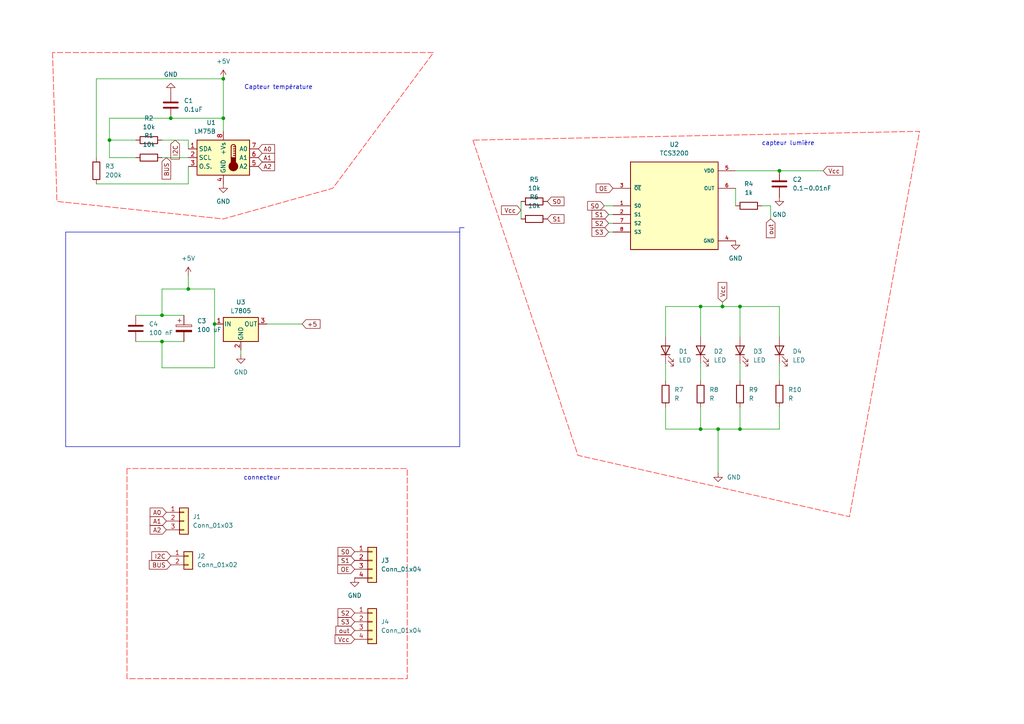
<source format=kicad_sch>
(kicad_sch
	(version 20250114)
	(generator "eeschema")
	(generator_version "9.0")
	(uuid "1181577e-fb40-456a-8c90-785180e905cd")
	(paper "A4")
	(lib_symbols
		(symbol "Connector_Generic:Conn_01x02"
			(pin_names
				(offset 1.016)
				(hide yes)
			)
			(exclude_from_sim no)
			(in_bom yes)
			(on_board yes)
			(property "Reference" "J"
				(at 0 2.54 0)
				(effects
					(font
						(size 1.27 1.27)
					)
				)
			)
			(property "Value" "Conn_01x02"
				(at 0 -5.08 0)
				(effects
					(font
						(size 1.27 1.27)
					)
				)
			)
			(property "Footprint" ""
				(at 0 0 0)
				(effects
					(font
						(size 1.27 1.27)
					)
					(hide yes)
				)
			)
			(property "Datasheet" "~"
				(at 0 0 0)
				(effects
					(font
						(size 1.27 1.27)
					)
					(hide yes)
				)
			)
			(property "Description" "Generic connector, single row, 01x02, script generated (kicad-library-utils/schlib/autogen/connector/)"
				(at 0 0 0)
				(effects
					(font
						(size 1.27 1.27)
					)
					(hide yes)
				)
			)
			(property "ki_keywords" "connector"
				(at 0 0 0)
				(effects
					(font
						(size 1.27 1.27)
					)
					(hide yes)
				)
			)
			(property "ki_fp_filters" "Connector*:*_1x??_*"
				(at 0 0 0)
				(effects
					(font
						(size 1.27 1.27)
					)
					(hide yes)
				)
			)
			(symbol "Conn_01x02_1_1"
				(rectangle
					(start -1.27 1.27)
					(end 1.27 -3.81)
					(stroke
						(width 0.254)
						(type default)
					)
					(fill
						(type background)
					)
				)
				(rectangle
					(start -1.27 0.127)
					(end 0 -0.127)
					(stroke
						(width 0.1524)
						(type default)
					)
					(fill
						(type none)
					)
				)
				(rectangle
					(start -1.27 -2.413)
					(end 0 -2.667)
					(stroke
						(width 0.1524)
						(type default)
					)
					(fill
						(type none)
					)
				)
				(pin passive line
					(at -5.08 0 0)
					(length 3.81)
					(name "Pin_1"
						(effects
							(font
								(size 1.27 1.27)
							)
						)
					)
					(number "1"
						(effects
							(font
								(size 1.27 1.27)
							)
						)
					)
				)
				(pin passive line
					(at -5.08 -2.54 0)
					(length 3.81)
					(name "Pin_2"
						(effects
							(font
								(size 1.27 1.27)
							)
						)
					)
					(number "2"
						(effects
							(font
								(size 1.27 1.27)
							)
						)
					)
				)
			)
			(embedded_fonts no)
		)
		(symbol "Connector_Generic:Conn_01x03"
			(pin_names
				(offset 1.016)
				(hide yes)
			)
			(exclude_from_sim no)
			(in_bom yes)
			(on_board yes)
			(property "Reference" "J"
				(at 0 5.08 0)
				(effects
					(font
						(size 1.27 1.27)
					)
				)
			)
			(property "Value" "Conn_01x03"
				(at 0 -5.08 0)
				(effects
					(font
						(size 1.27 1.27)
					)
				)
			)
			(property "Footprint" ""
				(at 0 0 0)
				(effects
					(font
						(size 1.27 1.27)
					)
					(hide yes)
				)
			)
			(property "Datasheet" "~"
				(at 0 0 0)
				(effects
					(font
						(size 1.27 1.27)
					)
					(hide yes)
				)
			)
			(property "Description" "Generic connector, single row, 01x03, script generated (kicad-library-utils/schlib/autogen/connector/)"
				(at 0 0 0)
				(effects
					(font
						(size 1.27 1.27)
					)
					(hide yes)
				)
			)
			(property "ki_keywords" "connector"
				(at 0 0 0)
				(effects
					(font
						(size 1.27 1.27)
					)
					(hide yes)
				)
			)
			(property "ki_fp_filters" "Connector*:*_1x??_*"
				(at 0 0 0)
				(effects
					(font
						(size 1.27 1.27)
					)
					(hide yes)
				)
			)
			(symbol "Conn_01x03_1_1"
				(rectangle
					(start -1.27 3.81)
					(end 1.27 -3.81)
					(stroke
						(width 0.254)
						(type default)
					)
					(fill
						(type background)
					)
				)
				(rectangle
					(start -1.27 2.667)
					(end 0 2.413)
					(stroke
						(width 0.1524)
						(type default)
					)
					(fill
						(type none)
					)
				)
				(rectangle
					(start -1.27 0.127)
					(end 0 -0.127)
					(stroke
						(width 0.1524)
						(type default)
					)
					(fill
						(type none)
					)
				)
				(rectangle
					(start -1.27 -2.413)
					(end 0 -2.667)
					(stroke
						(width 0.1524)
						(type default)
					)
					(fill
						(type none)
					)
				)
				(pin passive line
					(at -5.08 2.54 0)
					(length 3.81)
					(name "Pin_1"
						(effects
							(font
								(size 1.27 1.27)
							)
						)
					)
					(number "1"
						(effects
							(font
								(size 1.27 1.27)
							)
						)
					)
				)
				(pin passive line
					(at -5.08 0 0)
					(length 3.81)
					(name "Pin_2"
						(effects
							(font
								(size 1.27 1.27)
							)
						)
					)
					(number "2"
						(effects
							(font
								(size 1.27 1.27)
							)
						)
					)
				)
				(pin passive line
					(at -5.08 -2.54 0)
					(length 3.81)
					(name "Pin_3"
						(effects
							(font
								(size 1.27 1.27)
							)
						)
					)
					(number "3"
						(effects
							(font
								(size 1.27 1.27)
							)
						)
					)
				)
			)
			(embedded_fonts no)
		)
		(symbol "Connector_Generic:Conn_01x04"
			(pin_names
				(offset 1.016)
				(hide yes)
			)
			(exclude_from_sim no)
			(in_bom yes)
			(on_board yes)
			(property "Reference" "J"
				(at 0 5.08 0)
				(effects
					(font
						(size 1.27 1.27)
					)
				)
			)
			(property "Value" "Conn_01x04"
				(at 0 -7.62 0)
				(effects
					(font
						(size 1.27 1.27)
					)
				)
			)
			(property "Footprint" ""
				(at 0 0 0)
				(effects
					(font
						(size 1.27 1.27)
					)
					(hide yes)
				)
			)
			(property "Datasheet" "~"
				(at 0 0 0)
				(effects
					(font
						(size 1.27 1.27)
					)
					(hide yes)
				)
			)
			(property "Description" "Generic connector, single row, 01x04, script generated (kicad-library-utils/schlib/autogen/connector/)"
				(at 0 0 0)
				(effects
					(font
						(size 1.27 1.27)
					)
					(hide yes)
				)
			)
			(property "ki_keywords" "connector"
				(at 0 0 0)
				(effects
					(font
						(size 1.27 1.27)
					)
					(hide yes)
				)
			)
			(property "ki_fp_filters" "Connector*:*_1x??_*"
				(at 0 0 0)
				(effects
					(font
						(size 1.27 1.27)
					)
					(hide yes)
				)
			)
			(symbol "Conn_01x04_1_1"
				(rectangle
					(start -1.27 3.81)
					(end 1.27 -6.35)
					(stroke
						(width 0.254)
						(type default)
					)
					(fill
						(type background)
					)
				)
				(rectangle
					(start -1.27 2.667)
					(end 0 2.413)
					(stroke
						(width 0.1524)
						(type default)
					)
					(fill
						(type none)
					)
				)
				(rectangle
					(start -1.27 0.127)
					(end 0 -0.127)
					(stroke
						(width 0.1524)
						(type default)
					)
					(fill
						(type none)
					)
				)
				(rectangle
					(start -1.27 -2.413)
					(end 0 -2.667)
					(stroke
						(width 0.1524)
						(type default)
					)
					(fill
						(type none)
					)
				)
				(rectangle
					(start -1.27 -4.953)
					(end 0 -5.207)
					(stroke
						(width 0.1524)
						(type default)
					)
					(fill
						(type none)
					)
				)
				(pin passive line
					(at -5.08 2.54 0)
					(length 3.81)
					(name "Pin_1"
						(effects
							(font
								(size 1.27 1.27)
							)
						)
					)
					(number "1"
						(effects
							(font
								(size 1.27 1.27)
							)
						)
					)
				)
				(pin passive line
					(at -5.08 0 0)
					(length 3.81)
					(name "Pin_2"
						(effects
							(font
								(size 1.27 1.27)
							)
						)
					)
					(number "2"
						(effects
							(font
								(size 1.27 1.27)
							)
						)
					)
				)
				(pin passive line
					(at -5.08 -2.54 0)
					(length 3.81)
					(name "Pin_3"
						(effects
							(font
								(size 1.27 1.27)
							)
						)
					)
					(number "3"
						(effects
							(font
								(size 1.27 1.27)
							)
						)
					)
				)
				(pin passive line
					(at -5.08 -5.08 0)
					(length 3.81)
					(name "Pin_4"
						(effects
							(font
								(size 1.27 1.27)
							)
						)
					)
					(number "4"
						(effects
							(font
								(size 1.27 1.27)
							)
						)
					)
				)
			)
			(embedded_fonts no)
		)
		(symbol "Device:C"
			(pin_numbers
				(hide yes)
			)
			(pin_names
				(offset 0.254)
			)
			(exclude_from_sim no)
			(in_bom yes)
			(on_board yes)
			(property "Reference" "C"
				(at 0.635 2.54 0)
				(effects
					(font
						(size 1.27 1.27)
					)
					(justify left)
				)
			)
			(property "Value" "C"
				(at 0.635 -2.54 0)
				(effects
					(font
						(size 1.27 1.27)
					)
					(justify left)
				)
			)
			(property "Footprint" ""
				(at 0.9652 -3.81 0)
				(effects
					(font
						(size 1.27 1.27)
					)
					(hide yes)
				)
			)
			(property "Datasheet" "~"
				(at 0 0 0)
				(effects
					(font
						(size 1.27 1.27)
					)
					(hide yes)
				)
			)
			(property "Description" "Unpolarized capacitor"
				(at 0 0 0)
				(effects
					(font
						(size 1.27 1.27)
					)
					(hide yes)
				)
			)
			(property "ki_keywords" "cap capacitor"
				(at 0 0 0)
				(effects
					(font
						(size 1.27 1.27)
					)
					(hide yes)
				)
			)
			(property "ki_fp_filters" "C_*"
				(at 0 0 0)
				(effects
					(font
						(size 1.27 1.27)
					)
					(hide yes)
				)
			)
			(symbol "C_0_1"
				(polyline
					(pts
						(xy -2.032 0.762) (xy 2.032 0.762)
					)
					(stroke
						(width 0.508)
						(type default)
					)
					(fill
						(type none)
					)
				)
				(polyline
					(pts
						(xy -2.032 -0.762) (xy 2.032 -0.762)
					)
					(stroke
						(width 0.508)
						(type default)
					)
					(fill
						(type none)
					)
				)
			)
			(symbol "C_1_1"
				(pin passive line
					(at 0 3.81 270)
					(length 2.794)
					(name "~"
						(effects
							(font
								(size 1.27 1.27)
							)
						)
					)
					(number "1"
						(effects
							(font
								(size 1.27 1.27)
							)
						)
					)
				)
				(pin passive line
					(at 0 -3.81 90)
					(length 2.794)
					(name "~"
						(effects
							(font
								(size 1.27 1.27)
							)
						)
					)
					(number "2"
						(effects
							(font
								(size 1.27 1.27)
							)
						)
					)
				)
			)
			(embedded_fonts no)
		)
		(symbol "Device:C_Polarized"
			(pin_numbers
				(hide yes)
			)
			(pin_names
				(offset 0.254)
			)
			(exclude_from_sim no)
			(in_bom yes)
			(on_board yes)
			(property "Reference" "C"
				(at 0.635 2.54 0)
				(effects
					(font
						(size 1.27 1.27)
					)
					(justify left)
				)
			)
			(property "Value" "C_Polarized"
				(at 0.635 -2.54 0)
				(effects
					(font
						(size 1.27 1.27)
					)
					(justify left)
				)
			)
			(property "Footprint" ""
				(at 0.9652 -3.81 0)
				(effects
					(font
						(size 1.27 1.27)
					)
					(hide yes)
				)
			)
			(property "Datasheet" "~"
				(at 0 0 0)
				(effects
					(font
						(size 1.27 1.27)
					)
					(hide yes)
				)
			)
			(property "Description" "Polarized capacitor"
				(at 0 0 0)
				(effects
					(font
						(size 1.27 1.27)
					)
					(hide yes)
				)
			)
			(property "ki_keywords" "cap capacitor"
				(at 0 0 0)
				(effects
					(font
						(size 1.27 1.27)
					)
					(hide yes)
				)
			)
			(property "ki_fp_filters" "CP_*"
				(at 0 0 0)
				(effects
					(font
						(size 1.27 1.27)
					)
					(hide yes)
				)
			)
			(symbol "C_Polarized_0_1"
				(rectangle
					(start -2.286 0.508)
					(end 2.286 1.016)
					(stroke
						(width 0)
						(type default)
					)
					(fill
						(type none)
					)
				)
				(polyline
					(pts
						(xy -1.778 2.286) (xy -0.762 2.286)
					)
					(stroke
						(width 0)
						(type default)
					)
					(fill
						(type none)
					)
				)
				(polyline
					(pts
						(xy -1.27 2.794) (xy -1.27 1.778)
					)
					(stroke
						(width 0)
						(type default)
					)
					(fill
						(type none)
					)
				)
				(rectangle
					(start 2.286 -0.508)
					(end -2.286 -1.016)
					(stroke
						(width 0)
						(type default)
					)
					(fill
						(type outline)
					)
				)
			)
			(symbol "C_Polarized_1_1"
				(pin passive line
					(at 0 3.81 270)
					(length 2.794)
					(name "~"
						(effects
							(font
								(size 1.27 1.27)
							)
						)
					)
					(number "1"
						(effects
							(font
								(size 1.27 1.27)
							)
						)
					)
				)
				(pin passive line
					(at 0 -3.81 90)
					(length 2.794)
					(name "~"
						(effects
							(font
								(size 1.27 1.27)
							)
						)
					)
					(number "2"
						(effects
							(font
								(size 1.27 1.27)
							)
						)
					)
				)
			)
			(embedded_fonts no)
		)
		(symbol "Device:LED"
			(pin_numbers
				(hide yes)
			)
			(pin_names
				(offset 1.016)
				(hide yes)
			)
			(exclude_from_sim no)
			(in_bom yes)
			(on_board yes)
			(property "Reference" "D"
				(at 0 2.54 0)
				(effects
					(font
						(size 1.27 1.27)
					)
				)
			)
			(property "Value" "LED"
				(at 0 -2.54 0)
				(effects
					(font
						(size 1.27 1.27)
					)
				)
			)
			(property "Footprint" ""
				(at 0 0 0)
				(effects
					(font
						(size 1.27 1.27)
					)
					(hide yes)
				)
			)
			(property "Datasheet" "~"
				(at 0 0 0)
				(effects
					(font
						(size 1.27 1.27)
					)
					(hide yes)
				)
			)
			(property "Description" "Light emitting diode"
				(at 0 0 0)
				(effects
					(font
						(size 1.27 1.27)
					)
					(hide yes)
				)
			)
			(property "Sim.Pins" "1=K 2=A"
				(at 0 0 0)
				(effects
					(font
						(size 1.27 1.27)
					)
					(hide yes)
				)
			)
			(property "ki_keywords" "LED diode"
				(at 0 0 0)
				(effects
					(font
						(size 1.27 1.27)
					)
					(hide yes)
				)
			)
			(property "ki_fp_filters" "LED* LED_SMD:* LED_THT:*"
				(at 0 0 0)
				(effects
					(font
						(size 1.27 1.27)
					)
					(hide yes)
				)
			)
			(symbol "LED_0_1"
				(polyline
					(pts
						(xy -3.048 -0.762) (xy -4.572 -2.286) (xy -3.81 -2.286) (xy -4.572 -2.286) (xy -4.572 -1.524)
					)
					(stroke
						(width 0)
						(type default)
					)
					(fill
						(type none)
					)
				)
				(polyline
					(pts
						(xy -1.778 -0.762) (xy -3.302 -2.286) (xy -2.54 -2.286) (xy -3.302 -2.286) (xy -3.302 -1.524)
					)
					(stroke
						(width 0)
						(type default)
					)
					(fill
						(type none)
					)
				)
				(polyline
					(pts
						(xy -1.27 0) (xy 1.27 0)
					)
					(stroke
						(width 0)
						(type default)
					)
					(fill
						(type none)
					)
				)
				(polyline
					(pts
						(xy -1.27 -1.27) (xy -1.27 1.27)
					)
					(stroke
						(width 0.254)
						(type default)
					)
					(fill
						(type none)
					)
				)
				(polyline
					(pts
						(xy 1.27 -1.27) (xy 1.27 1.27) (xy -1.27 0) (xy 1.27 -1.27)
					)
					(stroke
						(width 0.254)
						(type default)
					)
					(fill
						(type none)
					)
				)
			)
			(symbol "LED_1_1"
				(pin passive line
					(at -3.81 0 0)
					(length 2.54)
					(name "K"
						(effects
							(font
								(size 1.27 1.27)
							)
						)
					)
					(number "1"
						(effects
							(font
								(size 1.27 1.27)
							)
						)
					)
				)
				(pin passive line
					(at 3.81 0 180)
					(length 2.54)
					(name "A"
						(effects
							(font
								(size 1.27 1.27)
							)
						)
					)
					(number "2"
						(effects
							(font
								(size 1.27 1.27)
							)
						)
					)
				)
			)
			(embedded_fonts no)
		)
		(symbol "Device:R"
			(pin_numbers
				(hide yes)
			)
			(pin_names
				(offset 0)
			)
			(exclude_from_sim no)
			(in_bom yes)
			(on_board yes)
			(property "Reference" "R"
				(at 2.032 0 90)
				(effects
					(font
						(size 1.27 1.27)
					)
				)
			)
			(property "Value" "R"
				(at 0 0 90)
				(effects
					(font
						(size 1.27 1.27)
					)
				)
			)
			(property "Footprint" ""
				(at -1.778 0 90)
				(effects
					(font
						(size 1.27 1.27)
					)
					(hide yes)
				)
			)
			(property "Datasheet" "~"
				(at 0 0 0)
				(effects
					(font
						(size 1.27 1.27)
					)
					(hide yes)
				)
			)
			(property "Description" "Resistor"
				(at 0 0 0)
				(effects
					(font
						(size 1.27 1.27)
					)
					(hide yes)
				)
			)
			(property "ki_keywords" "R res resistor"
				(at 0 0 0)
				(effects
					(font
						(size 1.27 1.27)
					)
					(hide yes)
				)
			)
			(property "ki_fp_filters" "R_*"
				(at 0 0 0)
				(effects
					(font
						(size 1.27 1.27)
					)
					(hide yes)
				)
			)
			(symbol "R_0_1"
				(rectangle
					(start -1.016 -2.54)
					(end 1.016 2.54)
					(stroke
						(width 0.254)
						(type default)
					)
					(fill
						(type none)
					)
				)
			)
			(symbol "R_1_1"
				(pin passive line
					(at 0 3.81 270)
					(length 1.27)
					(name "~"
						(effects
							(font
								(size 1.27 1.27)
							)
						)
					)
					(number "1"
						(effects
							(font
								(size 1.27 1.27)
							)
						)
					)
				)
				(pin passive line
					(at 0 -3.81 90)
					(length 1.27)
					(name "~"
						(effects
							(font
								(size 1.27 1.27)
							)
						)
					)
					(number "2"
						(effects
							(font
								(size 1.27 1.27)
							)
						)
					)
				)
			)
			(embedded_fonts no)
		)
		(symbol "Regulator_Linear:L7805"
			(pin_names
				(offset 0.254)
			)
			(exclude_from_sim no)
			(in_bom yes)
			(on_board yes)
			(property "Reference" "U"
				(at -3.81 3.175 0)
				(effects
					(font
						(size 1.27 1.27)
					)
				)
			)
			(property "Value" "L7805"
				(at 0 3.175 0)
				(effects
					(font
						(size 1.27 1.27)
					)
					(justify left)
				)
			)
			(property "Footprint" ""
				(at 0.635 -3.81 0)
				(effects
					(font
						(size 1.27 1.27)
						(italic yes)
					)
					(justify left)
					(hide yes)
				)
			)
			(property "Datasheet" "http://www.st.com/content/ccc/resource/technical/document/datasheet/41/4f/b3/b0/12/d4/47/88/CD00000444.pdf/files/CD00000444.pdf/jcr:content/translations/en.CD00000444.pdf"
				(at 0 -1.27 0)
				(effects
					(font
						(size 1.27 1.27)
					)
					(hide yes)
				)
			)
			(property "Description" "Positive 1.5A 35V Linear Regulator, Fixed Output 5V, TO-220/TO-263/TO-252"
				(at 0 0 0)
				(effects
					(font
						(size 1.27 1.27)
					)
					(hide yes)
				)
			)
			(property "ki_keywords" "Voltage Regulator 1.5A Positive"
				(at 0 0 0)
				(effects
					(font
						(size 1.27 1.27)
					)
					(hide yes)
				)
			)
			(property "ki_fp_filters" "TO?252* TO?263* TO?220*"
				(at 0 0 0)
				(effects
					(font
						(size 1.27 1.27)
					)
					(hide yes)
				)
			)
			(symbol "L7805_0_1"
				(rectangle
					(start -5.08 1.905)
					(end 5.08 -5.08)
					(stroke
						(width 0.254)
						(type default)
					)
					(fill
						(type background)
					)
				)
			)
			(symbol "L7805_1_1"
				(pin power_in line
					(at -7.62 0 0)
					(length 2.54)
					(name "IN"
						(effects
							(font
								(size 1.27 1.27)
							)
						)
					)
					(number "1"
						(effects
							(font
								(size 1.27 1.27)
							)
						)
					)
				)
				(pin power_in line
					(at 0 -7.62 90)
					(length 2.54)
					(name "GND"
						(effects
							(font
								(size 1.27 1.27)
							)
						)
					)
					(number "2"
						(effects
							(font
								(size 1.27 1.27)
							)
						)
					)
				)
				(pin power_out line
					(at 7.62 0 180)
					(length 2.54)
					(name "OUT"
						(effects
							(font
								(size 1.27 1.27)
							)
						)
					)
					(number "3"
						(effects
							(font
								(size 1.27 1.27)
							)
						)
					)
				)
			)
			(embedded_fonts no)
		)
		(symbol "Sensor_Temperature:LM75B"
			(exclude_from_sim no)
			(in_bom yes)
			(on_board yes)
			(property "Reference" "U"
				(at -6.35 11.43 0)
				(effects
					(font
						(size 1.27 1.27)
					)
				)
			)
			(property "Value" "LM75B"
				(at 0 11.43 0)
				(effects
					(font
						(size 1.27 1.27)
					)
					(justify left)
				)
			)
			(property "Footprint" ""
				(at -2.794 0 0)
				(effects
					(font
						(size 1.27 1.27)
					)
					(hide yes)
				)
			)
			(property "Datasheet" "http://www.ti.com/lit/ds/symlink/lm75b.pdf"
				(at 0 0 0)
				(effects
					(font
						(size 1.27 1.27)
					)
					(hide yes)
				)
			)
			(property "Description" "Digital Temperature Sensor & Thermal Watchdog with LP on I2C and bus fault timeout, SOIC-8 and VSSOP-8"
				(at 0 0 0)
				(effects
					(font
						(size 1.27 1.27)
					)
					(hide yes)
				)
			)
			(property "ki_keywords" "Temperature sensor"
				(at 0 0 0)
				(effects
					(font
						(size 1.27 1.27)
					)
					(hide yes)
				)
			)
			(property "ki_fp_filters" "SOIC*3.9x4.9mm*P1.27mm* VSSOP*3x3mm*P0.65mm*"
				(at 0 0 0)
				(effects
					(font
						(size 1.27 1.27)
					)
					(hide yes)
				)
			)
			(symbol "LM75B_0_1"
				(rectangle
					(start -7.62 5.08)
					(end 7.62 -5.08)
					(stroke
						(width 0.254)
						(type default)
					)
					(fill
						(type background)
					)
				)
				(polyline
					(pts
						(xy -3.556 3.175) (xy -3.556 0)
					)
					(stroke
						(width 0.254)
						(type default)
					)
					(fill
						(type none)
					)
				)
				(polyline
					(pts
						(xy -3.556 3.175) (xy -2.921 3.175)
					)
					(stroke
						(width 0.254)
						(type default)
					)
					(fill
						(type none)
					)
				)
				(polyline
					(pts
						(xy -3.556 2.54) (xy -2.921 2.54)
					)
					(stroke
						(width 0.254)
						(type default)
					)
					(fill
						(type none)
					)
				)
				(polyline
					(pts
						(xy -3.556 1.905) (xy -2.921 1.905)
					)
					(stroke
						(width 0.254)
						(type default)
					)
					(fill
						(type none)
					)
				)
				(polyline
					(pts
						(xy -3.556 1.27) (xy -2.921 1.27)
					)
					(stroke
						(width 0.254)
						(type default)
					)
					(fill
						(type none)
					)
				)
				(polyline
					(pts
						(xy -3.556 0.635) (xy -2.921 0.635)
					)
					(stroke
						(width 0.254)
						(type default)
					)
					(fill
						(type none)
					)
				)
				(rectangle
					(start -3.556 0)
					(end -2.286 -1.905)
					(stroke
						(width 0.254)
						(type default)
					)
					(fill
						(type outline)
					)
				)
				(arc
					(start -3.556 3.175)
					(mid -2.921 3.8073)
					(end -2.286 3.175)
					(stroke
						(width 0.254)
						(type default)
					)
					(fill
						(type none)
					)
				)
				(circle
					(center -2.921 -2.54)
					(radius 1.27)
					(stroke
						(width 0.254)
						(type default)
					)
					(fill
						(type outline)
					)
				)
				(polyline
					(pts
						(xy -2.286 3.175) (xy -2.286 0)
					)
					(stroke
						(width 0.254)
						(type default)
					)
					(fill
						(type none)
					)
				)
			)
			(symbol "LM75B_1_1"
				(pin input line
					(at -10.16 2.54 0)
					(length 2.54)
					(name "A0"
						(effects
							(font
								(size 1.27 1.27)
							)
						)
					)
					(number "7"
						(effects
							(font
								(size 1.27 1.27)
							)
						)
					)
				)
				(pin input line
					(at -10.16 0 0)
					(length 2.54)
					(name "A1"
						(effects
							(font
								(size 1.27 1.27)
							)
						)
					)
					(number "6"
						(effects
							(font
								(size 1.27 1.27)
							)
						)
					)
				)
				(pin input line
					(at -10.16 -2.54 0)
					(length 2.54)
					(name "A2"
						(effects
							(font
								(size 1.27 1.27)
							)
						)
					)
					(number "5"
						(effects
							(font
								(size 1.27 1.27)
							)
						)
					)
				)
				(pin power_in line
					(at 0 7.62 270)
					(length 2.54)
					(name "+Vs"
						(effects
							(font
								(size 1.27 1.27)
							)
						)
					)
					(number "8"
						(effects
							(font
								(size 1.27 1.27)
							)
						)
					)
				)
				(pin power_in line
					(at 0 -7.62 90)
					(length 2.54)
					(name "GND"
						(effects
							(font
								(size 1.27 1.27)
							)
						)
					)
					(number "4"
						(effects
							(font
								(size 1.27 1.27)
							)
						)
					)
				)
				(pin bidirectional line
					(at 10.16 2.54 180)
					(length 2.54)
					(name "SDA"
						(effects
							(font
								(size 1.27 1.27)
							)
						)
					)
					(number "1"
						(effects
							(font
								(size 1.27 1.27)
							)
						)
					)
				)
				(pin input line
					(at 10.16 0 180)
					(length 2.54)
					(name "SCL"
						(effects
							(font
								(size 1.27 1.27)
							)
						)
					)
					(number "2"
						(effects
							(font
								(size 1.27 1.27)
							)
						)
					)
				)
				(pin open_collector line
					(at 10.16 -2.54 180)
					(length 2.54)
					(name "O.S."
						(effects
							(font
								(size 1.27 1.27)
							)
						)
					)
					(number "3"
						(effects
							(font
								(size 1.27 1.27)
							)
						)
					)
				)
			)
			(embedded_fonts no)
		)
		(symbol "TCS3200:TCS3200"
			(pin_names
				(offset 1.016)
			)
			(exclude_from_sim no)
			(in_bom yes)
			(on_board yes)
			(property "Reference" "U"
				(at -12.7 13.7 0)
				(effects
					(font
						(size 1.27 1.27)
					)
					(justify left bottom)
				)
			)
			(property "Value" "TCS3200"
				(at -12.7 -15.24 0)
				(effects
					(font
						(size 1.27 1.27)
					)
					(justify left bottom)
				)
			)
			(property "Footprint" "TCS3200:SOIC127P600X175-8N"
				(at 0 0 0)
				(effects
					(font
						(size 1.27 1.27)
					)
					(justify bottom)
					(hide yes)
				)
			)
			(property "Datasheet" ""
				(at 0 0 0)
				(effects
					(font
						(size 1.27 1.27)
					)
					(hide yes)
				)
			)
			(property "Description" ""
				(at 0 0 0)
				(effects
					(font
						(size 1.27 1.27)
					)
					(hide yes)
				)
			)
			(property "MF" "ams"
				(at 0 0 0)
				(effects
					(font
						(size 1.27 1.27)
					)
					(justify bottom)
					(hide yes)
				)
			)
			(property "Description_1" "Light to Frequency Ambient Light Sensor Digital 5V 8-Pin SOIC T/R"
				(at 0 0 0)
				(effects
					(font
						(size 1.27 1.27)
					)
					(justify bottom)
					(hide yes)
				)
			)
			(property "Package" "SOIC-8 ams"
				(at 0 0 0)
				(effects
					(font
						(size 1.27 1.27)
					)
					(justify bottom)
					(hide yes)
				)
			)
			(property "Price" "None"
				(at 0 0 0)
				(effects
					(font
						(size 1.27 1.27)
					)
					(justify bottom)
					(hide yes)
				)
			)
			(property "SnapEDA_Link" "https://www.snapeda.com/parts/TCS3200/ams/view-part/?ref=snap"
				(at 0 0 0)
				(effects
					(font
						(size 1.27 1.27)
					)
					(justify bottom)
					(hide yes)
				)
			)
			(property "MP" "TCS3200"
				(at 0 0 0)
				(effects
					(font
						(size 1.27 1.27)
					)
					(justify bottom)
					(hide yes)
				)
			)
			(property "Availability" "Not in stock"
				(at 0 0 0)
				(effects
					(font
						(size 1.27 1.27)
					)
					(justify bottom)
					(hide yes)
				)
			)
			(property "Check_prices" "https://www.snapeda.com/parts/TCS3200/ams/view-part/?ref=eda"
				(at 0 0 0)
				(effects
					(font
						(size 1.27 1.27)
					)
					(justify bottom)
					(hide yes)
				)
			)
			(symbol "TCS3200_0_0"
				(rectangle
					(start -12.7 -12.7)
					(end 12.7 12.7)
					(stroke
						(width 0.254)
						(type default)
					)
					(fill
						(type background)
					)
				)
				(pin input line
					(at -17.78 5.08 0)
					(length 5.08)
					(name "~{OE}"
						(effects
							(font
								(size 1.016 1.016)
							)
						)
					)
					(number "3"
						(effects
							(font
								(size 1.016 1.016)
							)
						)
					)
				)
				(pin input line
					(at -17.78 0 0)
					(length 5.08)
					(name "S0"
						(effects
							(font
								(size 1.016 1.016)
							)
						)
					)
					(number "1"
						(effects
							(font
								(size 1.016 1.016)
							)
						)
					)
				)
				(pin input line
					(at -17.78 -2.54 0)
					(length 5.08)
					(name "S1"
						(effects
							(font
								(size 1.016 1.016)
							)
						)
					)
					(number "2"
						(effects
							(font
								(size 1.016 1.016)
							)
						)
					)
				)
				(pin input line
					(at -17.78 -5.08 0)
					(length 5.08)
					(name "S2"
						(effects
							(font
								(size 1.016 1.016)
							)
						)
					)
					(number "7"
						(effects
							(font
								(size 1.016 1.016)
							)
						)
					)
				)
				(pin input line
					(at -17.78 -7.62 0)
					(length 5.08)
					(name "S3"
						(effects
							(font
								(size 1.016 1.016)
							)
						)
					)
					(number "8"
						(effects
							(font
								(size 1.016 1.016)
							)
						)
					)
				)
				(pin power_in line
					(at 17.78 10.16 180)
					(length 5.08)
					(name "VDD"
						(effects
							(font
								(size 1.016 1.016)
							)
						)
					)
					(number "5"
						(effects
							(font
								(size 1.016 1.016)
							)
						)
					)
				)
				(pin output line
					(at 17.78 5.08 180)
					(length 5.08)
					(name "OUT"
						(effects
							(font
								(size 1.016 1.016)
							)
						)
					)
					(number "6"
						(effects
							(font
								(size 1.016 1.016)
							)
						)
					)
				)
				(pin power_in line
					(at 17.78 -10.16 180)
					(length 5.08)
					(name "GND"
						(effects
							(font
								(size 1.016 1.016)
							)
						)
					)
					(number "4"
						(effects
							(font
								(size 1.016 1.016)
							)
						)
					)
				)
			)
			(embedded_fonts no)
		)
		(symbol "power:+5V"
			(power)
			(pin_numbers
				(hide yes)
			)
			(pin_names
				(offset 0)
				(hide yes)
			)
			(exclude_from_sim no)
			(in_bom yes)
			(on_board yes)
			(property "Reference" "#PWR"
				(at 0 -3.81 0)
				(effects
					(font
						(size 1.27 1.27)
					)
					(hide yes)
				)
			)
			(property "Value" "+5V"
				(at 0 3.556 0)
				(effects
					(font
						(size 1.27 1.27)
					)
				)
			)
			(property "Footprint" ""
				(at 0 0 0)
				(effects
					(font
						(size 1.27 1.27)
					)
					(hide yes)
				)
			)
			(property "Datasheet" ""
				(at 0 0 0)
				(effects
					(font
						(size 1.27 1.27)
					)
					(hide yes)
				)
			)
			(property "Description" "Power symbol creates a global label with name \"+5V\""
				(at 0 0 0)
				(effects
					(font
						(size 1.27 1.27)
					)
					(hide yes)
				)
			)
			(property "ki_keywords" "global power"
				(at 0 0 0)
				(effects
					(font
						(size 1.27 1.27)
					)
					(hide yes)
				)
			)
			(symbol "+5V_0_1"
				(polyline
					(pts
						(xy -0.762 1.27) (xy 0 2.54)
					)
					(stroke
						(width 0)
						(type default)
					)
					(fill
						(type none)
					)
				)
				(polyline
					(pts
						(xy 0 2.54) (xy 0.762 1.27)
					)
					(stroke
						(width 0)
						(type default)
					)
					(fill
						(type none)
					)
				)
				(polyline
					(pts
						(xy 0 0) (xy 0 2.54)
					)
					(stroke
						(width 0)
						(type default)
					)
					(fill
						(type none)
					)
				)
			)
			(symbol "+5V_1_1"
				(pin power_in line
					(at 0 0 90)
					(length 0)
					(name "~"
						(effects
							(font
								(size 1.27 1.27)
							)
						)
					)
					(number "1"
						(effects
							(font
								(size 1.27 1.27)
							)
						)
					)
				)
			)
			(embedded_fonts no)
		)
		(symbol "power:GND"
			(power)
			(pin_numbers
				(hide yes)
			)
			(pin_names
				(offset 0)
				(hide yes)
			)
			(exclude_from_sim no)
			(in_bom yes)
			(on_board yes)
			(property "Reference" "#PWR"
				(at 0 -6.35 0)
				(effects
					(font
						(size 1.27 1.27)
					)
					(hide yes)
				)
			)
			(property "Value" "GND"
				(at 0 -3.81 0)
				(effects
					(font
						(size 1.27 1.27)
					)
				)
			)
			(property "Footprint" ""
				(at 0 0 0)
				(effects
					(font
						(size 1.27 1.27)
					)
					(hide yes)
				)
			)
			(property "Datasheet" ""
				(at 0 0 0)
				(effects
					(font
						(size 1.27 1.27)
					)
					(hide yes)
				)
			)
			(property "Description" "Power symbol creates a global label with name \"GND\" , ground"
				(at 0 0 0)
				(effects
					(font
						(size 1.27 1.27)
					)
					(hide yes)
				)
			)
			(property "ki_keywords" "global power"
				(at 0 0 0)
				(effects
					(font
						(size 1.27 1.27)
					)
					(hide yes)
				)
			)
			(symbol "GND_0_1"
				(polyline
					(pts
						(xy 0 0) (xy 0 -1.27) (xy 1.27 -1.27) (xy 0 -2.54) (xy -1.27 -1.27) (xy 0 -1.27)
					)
					(stroke
						(width 0)
						(type default)
					)
					(fill
						(type none)
					)
				)
			)
			(symbol "GND_1_1"
				(pin power_in line
					(at 0 0 270)
					(length 0)
					(name "~"
						(effects
							(font
								(size 1.27 1.27)
							)
						)
					)
					(number "1"
						(effects
							(font
								(size 1.27 1.27)
							)
						)
					)
				)
			)
			(embedded_fonts no)
		)
	)
	(text "capteur lumière\n"
		(exclude_from_sim no)
		(at 228.6 41.656 0)
		(effects
			(font
				(size 1.27 1.27)
			)
		)
		(uuid "72fd9824-72de-4638-9e78-6e2381cd95d8")
	)
	(text "connecteur\n"
		(exclude_from_sim no)
		(at 75.946 138.684 0)
		(effects
			(font
				(size 1.27 1.27)
			)
		)
		(uuid "bd05253e-12e4-44f9-a706-f78eaddfae83")
	)
	(text "Capteur température\n"
		(exclude_from_sim no)
		(at 80.772 25.4 0)
		(effects
			(font
				(size 1.27 1.27)
			)
		)
		(uuid "eeaa4acb-e6ef-4b1e-9ce7-cf3687fb2b6a")
	)
	(junction
		(at 208.28 124.46)
		(diameter 0)
		(color 0 0 0 0)
		(uuid "1001f4f5-3780-4ef9-a8b4-4fbf76728893")
	)
	(junction
		(at 46.99 91.44)
		(diameter 0)
		(color 0 0 0 0)
		(uuid "227ee720-a7e9-4ef5-9dd1-25579931b1aa")
	)
	(junction
		(at 214.63 88.9)
		(diameter 0)
		(color 0 0 0 0)
		(uuid "2291af8e-ae60-49bb-a40c-aa9ab5575d7e")
	)
	(junction
		(at 54.61 83.82)
		(diameter 0)
		(color 0 0 0 0)
		(uuid "2682840e-554b-42c1-9f2a-6bc3b4bd8024")
	)
	(junction
		(at 214.63 124.46)
		(diameter 0)
		(color 0 0 0 0)
		(uuid "26cae3a3-9542-411e-b98b-d9b3c68b01fe")
	)
	(junction
		(at 62.23 93.98)
		(diameter 0)
		(color 0 0 0 0)
		(uuid "3bc02b7f-309f-4d23-b4a6-fb3bed6326c0")
	)
	(junction
		(at 49.53 34.29)
		(diameter 0)
		(color 0 0 0 0)
		(uuid "40b302b9-65b8-4983-9625-a3860592b99d")
	)
	(junction
		(at 203.2 124.46)
		(diameter 0)
		(color 0 0 0 0)
		(uuid "483a04d9-4e4c-4b06-aac6-2708df86b214")
	)
	(junction
		(at 64.77 22.86)
		(diameter 0)
		(color 0 0 0 0)
		(uuid "51ad17fb-68ab-43af-aae5-b8e6e7bfd800")
	)
	(junction
		(at 31.75 40.64)
		(diameter 0)
		(color 0 0 0 0)
		(uuid "560c3549-141c-4e14-a197-b29032fea49d")
	)
	(junction
		(at 203.2 88.9)
		(diameter 0)
		(color 0 0 0 0)
		(uuid "777815eb-850b-43ab-bf30-6b09e828daf5")
	)
	(junction
		(at 64.77 34.29)
		(diameter 0)
		(color 0 0 0 0)
		(uuid "8c31763d-208d-4e28-9ee7-3eba7b8de6d3")
	)
	(junction
		(at 46.99 99.06)
		(diameter 0)
		(color 0 0 0 0)
		(uuid "aa95a3c9-a7c7-4b90-b672-13646f235926")
	)
	(junction
		(at 209.55 88.9)
		(diameter 0)
		(color 0 0 0 0)
		(uuid "cb2f2fd4-ec49-4c2c-ba40-b44db4251be4")
	)
	(junction
		(at 226.06 49.53)
		(diameter 0)
		(color 0 0 0 0)
		(uuid "ddf1e6e6-c8da-41fe-bc52-c7af6f937adb")
	)
	(wire
		(pts
			(xy 193.04 105.41) (xy 193.04 110.49)
		)
		(stroke
			(width 0)
			(type default)
		)
		(uuid "058f69e8-9b08-43e0-9b04-acce43f7067a")
	)
	(wire
		(pts
			(xy 193.04 88.9) (xy 203.2 88.9)
		)
		(stroke
			(width 0)
			(type default)
		)
		(uuid "0593259b-6b36-4f00-87fe-713658889b6b")
	)
	(wire
		(pts
			(xy 214.63 88.9) (xy 214.63 97.79)
		)
		(stroke
			(width 0)
			(type default)
		)
		(uuid "06ce62dc-dbf1-496e-a887-3c19d0dd9335")
	)
	(wire
		(pts
			(xy 31.75 40.64) (xy 31.75 34.29)
		)
		(stroke
			(width 0)
			(type default)
		)
		(uuid "0a9f4a0d-104c-4632-bbcd-00e2052a8151")
	)
	(wire
		(pts
			(xy 175.26 59.69) (xy 177.8 59.69)
		)
		(stroke
			(width 0)
			(type default)
		)
		(uuid "102be31f-e331-4798-ab25-dea5d0c76c2a")
	)
	(wire
		(pts
			(xy 46.99 83.82) (xy 46.99 91.44)
		)
		(stroke
			(width 0)
			(type default)
		)
		(uuid "1037726a-8912-45be-813a-bcaaf1b625fe")
	)
	(wire
		(pts
			(xy 214.63 118.11) (xy 214.63 124.46)
		)
		(stroke
			(width 0)
			(type default)
		)
		(uuid "152280c2-696a-4a23-aa00-09864d0eff8b")
	)
	(wire
		(pts
			(xy 223.52 59.69) (xy 220.98 59.69)
		)
		(stroke
			(width 0)
			(type default)
		)
		(uuid "15501153-3eb4-47ae-af4e-7f5ff10c9669")
	)
	(wire
		(pts
			(xy 54.61 53.34) (xy 54.61 48.26)
		)
		(stroke
			(width 0)
			(type default)
		)
		(uuid "1910f2e8-703f-44e5-963e-6272b5e582cd")
	)
	(wire
		(pts
			(xy 31.75 34.29) (xy 49.53 34.29)
		)
		(stroke
			(width 0)
			(type default)
		)
		(uuid "216cd162-89df-410d-ad85-14553048b46a")
	)
	(wire
		(pts
			(xy 176.53 64.77) (xy 177.8 64.77)
		)
		(stroke
			(width 0)
			(type default)
		)
		(uuid "24f60e85-3f0a-48ba-b0dd-7be697f9779a")
	)
	(wire
		(pts
			(xy 39.37 91.44) (xy 46.99 91.44)
		)
		(stroke
			(width 0)
			(type default)
		)
		(uuid "2b5db3c4-ef44-4ee3-8464-77cc82c3d80c")
	)
	(wire
		(pts
			(xy 209.55 88.9) (xy 214.63 88.9)
		)
		(stroke
			(width 0)
			(type default)
		)
		(uuid "2ec74a53-492c-4800-b5b9-effc97e51d1e")
	)
	(wire
		(pts
			(xy 208.28 124.46) (xy 214.63 124.46)
		)
		(stroke
			(width 0)
			(type default)
		)
		(uuid "30a1d414-6e46-4921-9135-61665af7d7bb")
	)
	(wire
		(pts
			(xy 193.04 118.11) (xy 193.04 124.46)
		)
		(stroke
			(width 0)
			(type default)
		)
		(uuid "35a839fa-a741-44dc-8df7-ddea46c58911")
	)
	(wire
		(pts
			(xy 46.99 45.72) (xy 54.61 45.72)
		)
		(stroke
			(width 0)
			(type default)
		)
		(uuid "3a217840-b754-4236-b004-13f4f2f15d22")
	)
	(wire
		(pts
			(xy 209.55 87.63) (xy 209.55 88.9)
		)
		(stroke
			(width 0)
			(type default)
		)
		(uuid "3b2571d5-bf0b-4bc0-9b16-4c5b51881430")
	)
	(wire
		(pts
			(xy 214.63 105.41) (xy 214.63 110.49)
		)
		(stroke
			(width 0)
			(type default)
		)
		(uuid "3fd3c08c-b448-406f-9b0e-cbad5099b458")
	)
	(wire
		(pts
			(xy 46.99 99.06) (xy 53.34 99.06)
		)
		(stroke
			(width 0)
			(type default)
		)
		(uuid "42281e0e-68e6-48f2-abfa-8b9a30481792")
	)
	(wire
		(pts
			(xy 62.23 93.98) (xy 62.23 106.68)
		)
		(stroke
			(width 0)
			(type default)
		)
		(uuid "516c049f-0d26-4db2-9301-d4d8096856ce")
	)
	(wire
		(pts
			(xy 54.61 40.64) (xy 54.61 43.18)
		)
		(stroke
			(width 0)
			(type default)
		)
		(uuid "51a59c9e-df25-428c-9dd4-c0d1919ddbb7")
	)
	(wire
		(pts
			(xy 46.99 83.82) (xy 54.61 83.82)
		)
		(stroke
			(width 0)
			(type default)
		)
		(uuid "5a21fa7a-19e1-437d-b714-8154ddd70c3c")
	)
	(wire
		(pts
			(xy 193.04 124.46) (xy 203.2 124.46)
		)
		(stroke
			(width 0)
			(type default)
		)
		(uuid "69f20235-a772-4b47-b013-d543023f08a0")
	)
	(wire
		(pts
			(xy 62.23 83.82) (xy 62.23 93.98)
		)
		(stroke
			(width 0)
			(type default)
		)
		(uuid "6b4caddb-82d2-4c3e-bc1f-fef016e33166")
	)
	(wire
		(pts
			(xy 46.99 40.64) (xy 54.61 40.64)
		)
		(stroke
			(width 0)
			(type default)
		)
		(uuid "7072d1cf-ffbb-49ad-b4c2-a368bd13e568")
	)
	(wire
		(pts
			(xy 64.77 22.86) (xy 64.77 34.29)
		)
		(stroke
			(width 0)
			(type default)
		)
		(uuid "732da0eb-91bd-4f07-a654-19bc12841cc2")
	)
	(wire
		(pts
			(xy 27.94 22.86) (xy 64.77 22.86)
		)
		(stroke
			(width 0)
			(type default)
		)
		(uuid "7489ffeb-ecb6-4123-8923-208cd1624e92")
	)
	(wire
		(pts
			(xy 176.53 62.23) (xy 177.8 62.23)
		)
		(stroke
			(width 0)
			(type default)
		)
		(uuid "7774aca0-899a-4b76-9e47-2b7a7f3271e2")
	)
	(wire
		(pts
			(xy 151.13 58.42) (xy 151.13 63.5)
		)
		(stroke
			(width 0)
			(type default)
		)
		(uuid "7a6bd240-604b-44b1-92a3-1129a71f2cf7")
	)
	(wire
		(pts
			(xy 39.37 99.06) (xy 46.99 99.06)
		)
		(stroke
			(width 0)
			(type default)
		)
		(uuid "7d7308a4-87f6-4d59-9e7f-b0f1700912fb")
	)
	(wire
		(pts
			(xy 176.53 67.31) (xy 177.8 67.31)
		)
		(stroke
			(width 0)
			(type default)
		)
		(uuid "7dc85ddb-4521-4c4a-874b-23972245d1d9")
	)
	(wire
		(pts
			(xy 223.52 63.5) (xy 223.52 59.69)
		)
		(stroke
			(width 0)
			(type default)
		)
		(uuid "7ec24878-af41-463c-9af8-cd7d5a0006f3")
	)
	(wire
		(pts
			(xy 213.36 59.69) (xy 213.36 54.61)
		)
		(stroke
			(width 0)
			(type default)
		)
		(uuid "823560fd-fcdd-4ce2-abe1-0269a430816c")
	)
	(wire
		(pts
			(xy 54.61 83.82) (xy 62.23 83.82)
		)
		(stroke
			(width 0)
			(type default)
		)
		(uuid "83eb62f6-fb2f-46c8-a4e3-40ea270ccac2")
	)
	(polyline
		(pts
			(xy 19.05 129.54) (xy 133.35 129.54)
		)
		(stroke
			(width 0)
			(type default)
		)
		(uuid "9828244a-248e-4709-9fc5-2c25c2cc542e")
	)
	(wire
		(pts
			(xy 46.99 106.68) (xy 62.23 106.68)
		)
		(stroke
			(width 0)
			(type default)
		)
		(uuid "9b70981a-68cf-4b53-b91f-9b34b7db207d")
	)
	(wire
		(pts
			(xy 69.85 102.87) (xy 69.85 101.6)
		)
		(stroke
			(width 0)
			(type default)
		)
		(uuid "9e394e94-3565-440f-9102-dfb443989b53")
	)
	(wire
		(pts
			(xy 31.75 45.72) (xy 31.75 40.64)
		)
		(stroke
			(width 0)
			(type default)
		)
		(uuid "9eb9f0f7-853a-4fdf-8065-38a79080aac5")
	)
	(wire
		(pts
			(xy 226.06 88.9) (xy 226.06 97.79)
		)
		(stroke
			(width 0)
			(type default)
		)
		(uuid "a50b9196-9aab-4081-afe8-22d51937b101")
	)
	(wire
		(pts
			(xy 27.94 53.34) (xy 54.61 53.34)
		)
		(stroke
			(width 0)
			(type default)
		)
		(uuid "a9214636-aa21-45b8-b9f2-0fb404ff38c9")
	)
	(wire
		(pts
			(xy 39.37 45.72) (xy 31.75 45.72)
		)
		(stroke
			(width 0)
			(type default)
		)
		(uuid "aad7571e-e30e-4816-bd83-c766e1e2c224")
	)
	(wire
		(pts
			(xy 77.47 93.98) (xy 87.63 93.98)
		)
		(stroke
			(width 0)
			(type default)
		)
		(uuid "b4b67e8c-510d-4b17-9ad0-74d805c4de2e")
	)
	(wire
		(pts
			(xy 203.2 124.46) (xy 208.28 124.46)
		)
		(stroke
			(width 0)
			(type default)
		)
		(uuid "b5802939-c6d7-4e9d-bcef-3bcd86a7285e")
	)
	(wire
		(pts
			(xy 31.75 40.64) (xy 39.37 40.64)
		)
		(stroke
			(width 0)
			(type default)
		)
		(uuid "b6b48591-69e9-4eb2-9360-2143ec68abbf")
	)
	(wire
		(pts
			(xy 203.2 88.9) (xy 203.2 97.79)
		)
		(stroke
			(width 0)
			(type default)
		)
		(uuid "ba1e6ffd-f1d1-433f-a5e5-5c4708258462")
	)
	(polyline
		(pts
			(xy 19.05 67.31) (xy 19.05 129.54)
		)
		(stroke
			(width 0)
			(type default)
		)
		(uuid "bd918aec-ee14-4101-9652-0b2bdc32f20d")
	)
	(wire
		(pts
			(xy 203.2 88.9) (xy 209.55 88.9)
		)
		(stroke
			(width 0)
			(type default)
		)
		(uuid "beedc7e0-00e0-4626-8048-3b7ae04af944")
	)
	(wire
		(pts
			(xy 46.99 91.44) (xy 53.34 91.44)
		)
		(stroke
			(width 0)
			(type default)
		)
		(uuid "c0423115-41f2-46ab-8018-856b009865f3")
	)
	(wire
		(pts
			(xy 203.2 118.11) (xy 203.2 124.46)
		)
		(stroke
			(width 0)
			(type default)
		)
		(uuid "c1e9bd17-e31e-4283-b667-50b1872c369f")
	)
	(wire
		(pts
			(xy 203.2 105.41) (xy 203.2 110.49)
		)
		(stroke
			(width 0)
			(type default)
		)
		(uuid "c59f7e20-2753-4cbc-90ca-b21a1f6931e0")
	)
	(wire
		(pts
			(xy 214.63 88.9) (xy 226.06 88.9)
		)
		(stroke
			(width 0)
			(type default)
		)
		(uuid "c6d05851-7c10-45a4-8367-7188f40b923b")
	)
	(wire
		(pts
			(xy 208.28 137.16) (xy 208.28 124.46)
		)
		(stroke
			(width 0)
			(type default)
		)
		(uuid "c8670dcd-8435-438c-9a4c-96c8099de588")
	)
	(wire
		(pts
			(xy 226.06 49.53) (xy 213.36 49.53)
		)
		(stroke
			(width 0)
			(type default)
		)
		(uuid "cda1e350-f5fa-42f2-a30e-5b7c5d3db3a3")
	)
	(wire
		(pts
			(xy 214.63 124.46) (xy 226.06 124.46)
		)
		(stroke
			(width 0)
			(type default)
		)
		(uuid "ce2ca14e-da4d-4160-bf60-aa07aa521ad4")
	)
	(wire
		(pts
			(xy 238.76 49.53) (xy 226.06 49.53)
		)
		(stroke
			(width 0)
			(type default)
		)
		(uuid "ceb9db1c-69bf-47c3-9ee4-addb9ec2155f")
	)
	(wire
		(pts
			(xy 54.61 80.01) (xy 54.61 83.82)
		)
		(stroke
			(width 0)
			(type default)
		)
		(uuid "d0904ef7-d339-459f-a41a-cd975743a867")
	)
	(wire
		(pts
			(xy 27.94 45.72) (xy 27.94 22.86)
		)
		(stroke
			(width 0)
			(type default)
		)
		(uuid "d13a57e0-85e1-4b61-8ecd-cfed6b2fad2e")
	)
	(wire
		(pts
			(xy 46.99 99.06) (xy 46.99 106.68)
		)
		(stroke
			(width 0)
			(type default)
		)
		(uuid "d608d815-015f-435c-a542-e1d9b070cb93")
	)
	(wire
		(pts
			(xy 226.06 124.46) (xy 226.06 118.11)
		)
		(stroke
			(width 0)
			(type default)
		)
		(uuid "dbb3cd68-90af-45b9-acd0-e574996bfac4")
	)
	(wire
		(pts
			(xy 49.53 34.29) (xy 64.77 34.29)
		)
		(stroke
			(width 0)
			(type default)
		)
		(uuid "dc4ec5e0-e752-4ea7-8197-26655ff937cd")
	)
	(polyline
		(pts
			(xy 133.35 66.04) (xy 134.62 66.04)
		)
		(stroke
			(width 0)
			(type default)
		)
		(uuid "de4fb4ea-72a4-4f8a-bcfe-4016f72cbb46")
	)
	(polyline
		(pts
			(xy 133.35 129.54) (xy 133.35 66.04)
		)
		(stroke
			(width 0)
			(type default)
		)
		(uuid "df3fd450-1395-417d-aabf-7d75df544163")
	)
	(wire
		(pts
			(xy 193.04 97.79) (xy 193.04 88.9)
		)
		(stroke
			(width 0)
			(type default)
		)
		(uuid "e55c1d1b-2df5-4419-841c-7eacd7dd564d")
	)
	(wire
		(pts
			(xy 64.77 34.29) (xy 64.77 38.1)
		)
		(stroke
			(width 0)
			(type default)
		)
		(uuid "e81f1b21-9488-4fd6-9490-308d69050b8f")
	)
	(wire
		(pts
			(xy 226.06 105.41) (xy 226.06 110.49)
		)
		(stroke
			(width 0)
			(type default)
		)
		(uuid "ea67e08a-5bde-44a9-8011-e07cb106ddfd")
	)
	(polyline
		(pts
			(xy 133.35 67.31) (xy 19.05 67.31)
		)
		(stroke
			(width 0)
			(type default)
		)
		(uuid "f0a9e45f-6e7b-4987-b332-448b2847e7b5")
	)
	(global_label "+5"
		(shape input)
		(at 87.63 93.98 0)
		(fields_autoplaced yes)
		(effects
			(font
				(size 1.27 1.27)
			)
			(justify left)
		)
		(uuid "091afcf6-d235-49cd-a7fd-64b7ea542d6d")
		(property "Intersheetrefs" "${INTERSHEET_REFS}"
			(at 93.3971 93.98 0)
			(effects
				(font
					(size 1.27 1.27)
				)
				(justify left)
				(hide yes)
			)
		)
	)
	(global_label "S1"
		(shape input)
		(at 176.53 62.23 180)
		(fields_autoplaced yes)
		(effects
			(font
				(size 1.27 1.27)
			)
			(justify right)
		)
		(uuid "135a127c-a0da-41b4-aae6-509d6fd97962")
		(property "Intersheetrefs" "${INTERSHEET_REFS}"
			(at 171.1258 62.23 0)
			(effects
				(font
					(size 1.27 1.27)
				)
				(justify right)
				(hide yes)
			)
		)
	)
	(global_label "A1"
		(shape input)
		(at 48.26 151.13 180)
		(fields_autoplaced yes)
		(effects
			(font
				(size 1.27 1.27)
			)
			(justify right)
		)
		(uuid "1ceff197-50f5-4b12-bcc5-54220f92c30a")
		(property "Intersheetrefs" "${INTERSHEET_REFS}"
			(at 42.9767 151.13 0)
			(effects
				(font
					(size 1.27 1.27)
				)
				(justify right)
				(hide yes)
			)
		)
	)
	(global_label "BUS"
		(shape input)
		(at 49.53 163.83 180)
		(fields_autoplaced yes)
		(effects
			(font
				(size 1.27 1.27)
			)
			(justify right)
		)
		(uuid "218e8334-28ee-4269-8010-b7737a57ae73")
		(property "Intersheetrefs" "${INTERSHEET_REFS}"
			(at 42.7348 163.83 0)
			(effects
				(font
					(size 1.27 1.27)
				)
				(justify right)
				(hide yes)
			)
		)
	)
	(global_label "S1"
		(shape input)
		(at 158.75 63.5 0)
		(fields_autoplaced yes)
		(effects
			(font
				(size 1.27 1.27)
			)
			(justify left)
		)
		(uuid "2404b601-779f-4d0f-98cc-616abb46125c")
		(property "Intersheetrefs" "${INTERSHEET_REFS}"
			(at 164.1542 63.5 0)
			(effects
				(font
					(size 1.27 1.27)
				)
				(justify left)
				(hide yes)
			)
		)
	)
	(global_label "S2"
		(shape input)
		(at 102.87 177.8 180)
		(fields_autoplaced yes)
		(effects
			(font
				(size 1.27 1.27)
			)
			(justify right)
		)
		(uuid "270ea603-98e6-48aa-9dcc-4aaca96388ab")
		(property "Intersheetrefs" "${INTERSHEET_REFS}"
			(at 97.4658 177.8 0)
			(effects
				(font
					(size 1.27 1.27)
				)
				(justify right)
				(hide yes)
			)
		)
	)
	(global_label "Vcc"
		(shape input)
		(at 102.87 185.42 180)
		(fields_autoplaced yes)
		(effects
			(font
				(size 1.27 1.27)
			)
			(justify right)
		)
		(uuid "2d9ad5d6-bad2-4bd3-9fff-d436f1b07b13")
		(property "Intersheetrefs" "${INTERSHEET_REFS}"
			(at 96.619 185.42 0)
			(effects
				(font
					(size 1.27 1.27)
				)
				(justify right)
				(hide yes)
			)
		)
	)
	(global_label "Vcc"
		(shape input)
		(at 209.55 87.63 90)
		(fields_autoplaced yes)
		(effects
			(font
				(size 1.27 1.27)
			)
			(justify left)
		)
		(uuid "3475f7dd-3d6f-4aa0-9f2a-d42ac8e1ee1a")
		(property "Intersheetrefs" "${INTERSHEET_REFS}"
			(at 209.55 81.379 90)
			(effects
				(font
					(size 1.27 1.27)
				)
				(justify left)
				(hide yes)
			)
		)
	)
	(global_label "S3"
		(shape input)
		(at 176.53 67.31 180)
		(fields_autoplaced yes)
		(effects
			(font
				(size 1.27 1.27)
			)
			(justify right)
		)
		(uuid "3b98b5b8-646c-4c45-8d60-c12edaad0099")
		(property "Intersheetrefs" "${INTERSHEET_REFS}"
			(at 171.1258 67.31 0)
			(effects
				(font
					(size 1.27 1.27)
				)
				(justify right)
				(hide yes)
			)
		)
	)
	(global_label "S0"
		(shape input)
		(at 102.87 160.02 180)
		(fields_autoplaced yes)
		(effects
			(font
				(size 1.27 1.27)
			)
			(justify right)
		)
		(uuid "4846667c-6043-4b29-b248-2086813bfc97")
		(property "Intersheetrefs" "${INTERSHEET_REFS}"
			(at 97.4658 160.02 0)
			(effects
				(font
					(size 1.27 1.27)
				)
				(justify right)
				(hide yes)
			)
		)
	)
	(global_label "A2"
		(shape input)
		(at 48.26 153.67 180)
		(fields_autoplaced yes)
		(effects
			(font
				(size 1.27 1.27)
			)
			(justify right)
		)
		(uuid "48c05c31-7601-493b-85c6-e0429be3b024")
		(property "Intersheetrefs" "${INTERSHEET_REFS}"
			(at 42.9767 153.67 0)
			(effects
				(font
					(size 1.27 1.27)
				)
				(justify right)
				(hide yes)
			)
		)
	)
	(global_label "I2C"
		(shape input)
		(at 49.53 161.29 180)
		(fields_autoplaced yes)
		(effects
			(font
				(size 1.27 1.27)
			)
			(justify right)
		)
		(uuid "4b33609c-49d5-4f11-9c01-0b82eecff117")
		(property "Intersheetrefs" "${INTERSHEET_REFS}"
			(at 43.4605 161.29 0)
			(effects
				(font
					(size 1.27 1.27)
				)
				(justify right)
				(hide yes)
			)
		)
	)
	(global_label "A0"
		(shape input)
		(at 74.93 43.18 0)
		(fields_autoplaced yes)
		(effects
			(font
				(size 1.27 1.27)
			)
			(justify left)
		)
		(uuid "53347f87-8d66-407b-8f93-38ffc72a5f06")
		(property "Intersheetrefs" "${INTERSHEET_REFS}"
			(at 80.2133 43.18 0)
			(effects
				(font
					(size 1.27 1.27)
				)
				(justify left)
				(hide yes)
			)
		)
	)
	(global_label "S1"
		(shape input)
		(at 102.87 162.56 180)
		(fields_autoplaced yes)
		(effects
			(font
				(size 1.27 1.27)
			)
			(justify right)
		)
		(uuid "54d73464-d9e4-4f71-9798-6a40cb2bc9ab")
		(property "Intersheetrefs" "${INTERSHEET_REFS}"
			(at 97.4658 162.56 0)
			(effects
				(font
					(size 1.27 1.27)
				)
				(justify right)
				(hide yes)
			)
		)
	)
	(global_label "A0"
		(shape input)
		(at 48.26 148.59 180)
		(fields_autoplaced yes)
		(effects
			(font
				(size 1.27 1.27)
			)
			(justify right)
		)
		(uuid "5e901d58-7247-442e-a2f6-16ca09c0ddd5")
		(property "Intersheetrefs" "${INTERSHEET_REFS}"
			(at 42.9767 148.59 0)
			(effects
				(font
					(size 1.27 1.27)
				)
				(justify right)
				(hide yes)
			)
		)
	)
	(global_label "OE"
		(shape input)
		(at 102.87 165.1 180)
		(fields_autoplaced yes)
		(effects
			(font
				(size 1.27 1.27)
			)
			(justify right)
		)
		(uuid "6d36145f-9bd3-4955-bed2-0df26b696c86")
		(property "Intersheetrefs" "${INTERSHEET_REFS}"
			(at 97.4053 165.1 0)
			(effects
				(font
					(size 1.27 1.27)
				)
				(justify right)
				(hide yes)
			)
		)
	)
	(global_label "OE"
		(shape input)
		(at 177.8 54.61 180)
		(fields_autoplaced yes)
		(effects
			(font
				(size 1.27 1.27)
			)
			(justify right)
		)
		(uuid "792a9f71-682e-4774-ae5a-8a45d5f3622c")
		(property "Intersheetrefs" "${INTERSHEET_REFS}"
			(at 172.3353 54.61 0)
			(effects
				(font
					(size 1.27 1.27)
				)
				(justify right)
				(hide yes)
			)
		)
	)
	(global_label "S2"
		(shape input)
		(at 176.53 64.77 180)
		(fields_autoplaced yes)
		(effects
			(font
				(size 1.27 1.27)
			)
			(justify right)
		)
		(uuid "7d7d3c1a-6d49-4b5a-89b9-0c4cb6065ab7")
		(property "Intersheetrefs" "${INTERSHEET_REFS}"
			(at 171.1258 64.77 0)
			(effects
				(font
					(size 1.27 1.27)
				)
				(justify right)
				(hide yes)
			)
		)
	)
	(global_label "out"
		(shape input)
		(at 102.87 182.88 180)
		(fields_autoplaced yes)
		(effects
			(font
				(size 1.27 1.27)
			)
			(justify right)
		)
		(uuid "a0526d87-ab73-4ce2-8d23-196892853b32")
		(property "Intersheetrefs" "${INTERSHEET_REFS}"
			(at 96.8611 182.88 0)
			(effects
				(font
					(size 1.27 1.27)
				)
				(justify right)
				(hide yes)
			)
		)
	)
	(global_label "S3"
		(shape input)
		(at 102.87 180.34 180)
		(fields_autoplaced yes)
		(effects
			(font
				(size 1.27 1.27)
			)
			(justify right)
		)
		(uuid "aa0f739d-d5dc-48f2-964a-2cab19a33ece")
		(property "Intersheetrefs" "${INTERSHEET_REFS}"
			(at 97.4658 180.34 0)
			(effects
				(font
					(size 1.27 1.27)
				)
				(justify right)
				(hide yes)
			)
		)
	)
	(global_label "BUS"
		(shape input)
		(at 48.26 45.72 270)
		(fields_autoplaced yes)
		(effects
			(font
				(size 1.27 1.27)
			)
			(justify right)
		)
		(uuid "ba59c975-d5be-44cd-ae98-71f3ebecca72")
		(property "Intersheetrefs" "${INTERSHEET_REFS}"
			(at 48.26 52.5152 90)
			(effects
				(font
					(size 1.27 1.27)
				)
				(justify right)
				(hide yes)
			)
		)
	)
	(global_label "S0"
		(shape input)
		(at 158.75 58.42 0)
		(fields_autoplaced yes)
		(effects
			(font
				(size 1.27 1.27)
			)
			(justify left)
		)
		(uuid "bd5da5d2-e449-49bc-973a-67faff9422fd")
		(property "Intersheetrefs" "${INTERSHEET_REFS}"
			(at 164.1542 58.42 0)
			(effects
				(font
					(size 1.27 1.27)
				)
				(justify left)
				(hide yes)
			)
		)
	)
	(global_label "S0"
		(shape input)
		(at 175.26 59.69 180)
		(fields_autoplaced yes)
		(effects
			(font
				(size 1.27 1.27)
			)
			(justify right)
		)
		(uuid "c45ad712-d98b-4a14-85df-3021f054916d")
		(property "Intersheetrefs" "${INTERSHEET_REFS}"
			(at 169.8558 59.69 0)
			(effects
				(font
					(size 1.27 1.27)
				)
				(justify right)
				(hide yes)
			)
		)
	)
	(global_label "Vcc"
		(shape input)
		(at 151.13 60.96 180)
		(fields_autoplaced yes)
		(effects
			(font
				(size 1.27 1.27)
			)
			(justify right)
		)
		(uuid "cba362b2-440a-4d43-9e9e-096b7cd991da")
		(property "Intersheetrefs" "${INTERSHEET_REFS}"
			(at 144.879 60.96 0)
			(effects
				(font
					(size 1.27 1.27)
				)
				(justify right)
				(hide yes)
			)
		)
	)
	(global_label "I2C"
		(shape input)
		(at 50.8 40.64 270)
		(fields_autoplaced yes)
		(effects
			(font
				(size 1.27 1.27)
			)
			(justify right)
		)
		(uuid "db4fb09c-dff8-4796-a7b9-0afe3e608b5f")
		(property "Intersheetrefs" "${INTERSHEET_REFS}"
			(at 50.8 46.7095 90)
			(effects
				(font
					(size 1.27 1.27)
				)
				(justify right)
				(hide yes)
			)
		)
	)
	(global_label "A2"
		(shape input)
		(at 74.93 48.26 0)
		(fields_autoplaced yes)
		(effects
			(font
				(size 1.27 1.27)
			)
			(justify left)
		)
		(uuid "df12e597-9b0e-464a-92c6-926680045588")
		(property "Intersheetrefs" "${INTERSHEET_REFS}"
			(at 80.2133 48.26 0)
			(effects
				(font
					(size 1.27 1.27)
				)
				(justify left)
				(hide yes)
			)
		)
	)
	(global_label "Vcc"
		(shape input)
		(at 238.76 49.53 0)
		(fields_autoplaced yes)
		(effects
			(font
				(size 1.27 1.27)
			)
			(justify left)
		)
		(uuid "e1607420-4c26-4615-9cc9-5cad97b7ecd6")
		(property "Intersheetrefs" "${INTERSHEET_REFS}"
			(at 245.011 49.53 0)
			(effects
				(font
					(size 1.27 1.27)
				)
				(justify left)
				(hide yes)
			)
		)
	)
	(global_label "out"
		(shape input)
		(at 223.52 63.5 270)
		(fields_autoplaced yes)
		(effects
			(font
				(size 1.27 1.27)
			)
			(justify right)
		)
		(uuid "e85878d2-43cf-49ab-83fe-ded032e6cf7f")
		(property "Intersheetrefs" "${INTERSHEET_REFS}"
			(at 223.52 69.5089 90)
			(effects
				(font
					(size 1.27 1.27)
				)
				(justify right)
				(hide yes)
			)
		)
	)
	(global_label "A1"
		(shape input)
		(at 74.93 45.72 0)
		(fields_autoplaced yes)
		(effects
			(font
				(size 1.27 1.27)
			)
			(justify left)
		)
		(uuid "edde9fa5-6ad8-434b-9105-860a7bcbc35a")
		(property "Intersheetrefs" "${INTERSHEET_REFS}"
			(at 80.2133 45.72 0)
			(effects
				(font
					(size 1.27 1.27)
				)
				(justify left)
				(hide yes)
			)
		)
	)
	(rule_area
		(polyline
			(pts
				(xy 36.83 135.89) (xy 36.83 196.85) (xy 118.11 196.85) (xy 118.11 135.89)
			)
			(stroke
				(width 0)
				(type dash)
			)
			(fill
				(type none)
			)
			(uuid 8805c838-5d0f-416a-92f5-2de349277d69)
		)
	)
	(rule_area
		(polyline
			(pts
				(xy 15.24 15.24) (xy 16.51 58.42) (xy 64.77 63.5) (xy 96.52 54.61) (xy 125.73 15.24)
			)
			(stroke
				(width 0)
				(type dash)
			)
			(fill
				(type none)
			)
			(uuid b09af377-3b07-4650-9e43-bca608050674)
		)
	)
	(rule_area
		(polyline
			(pts
				(xy 137.16 40.64) (xy 167.64 132.08) (xy 246.38 149.86) (xy 266.7 38.1)
			)
			(stroke
				(width 0)
				(type dash)
			)
			(fill
				(type none)
			)
			(uuid fac894b7-a1a0-45c3-a01d-26cbbae2fc1e)
		)
	)
	(symbol
		(lib_id "Device:C")
		(at 49.53 30.48 0)
		(unit 1)
		(exclude_from_sim no)
		(in_bom yes)
		(on_board yes)
		(dnp no)
		(fields_autoplaced yes)
		(uuid "02782083-055d-46e7-bde6-63d615c866a9")
		(property "Reference" "C1"
			(at 53.34 29.2099 0)
			(effects
				(font
					(size 1.27 1.27)
				)
				(justify left)
			)
		)
		(property "Value" "0.1uF"
			(at 53.34 31.7499 0)
			(effects
				(font
					(size 1.27 1.27)
				)
				(justify left)
			)
		)
		(property "Footprint" ""
			(at 50.4952 34.29 0)
			(effects
				(font
					(size 1.27 1.27)
				)
				(hide yes)
			)
		)
		(property "Datasheet" "~"
			(at 49.53 30.48 0)
			(effects
				(font
					(size 1.27 1.27)
				)
				(hide yes)
			)
		)
		(property "Description" "Unpolarized capacitor"
			(at 49.53 30.48 0)
			(effects
				(font
					(size 1.27 1.27)
				)
				(hide yes)
			)
		)
		(pin "2"
			(uuid "2324bb59-499a-4ead-8969-b26ab291f01a")
		)
		(pin "1"
			(uuid "ce259081-86eb-46fe-afe0-eecce8b62582")
		)
		(instances
			(project ""
				(path "/1181577e-fb40-456a-8c90-785180e905cd"
					(reference "C1")
					(unit 1)
				)
			)
		)
	)
	(symbol
		(lib_id "Device:LED")
		(at 203.2 101.6 90)
		(unit 1)
		(exclude_from_sim no)
		(in_bom yes)
		(on_board yes)
		(dnp no)
		(fields_autoplaced yes)
		(uuid "07d38df4-f0e1-46f5-96a3-b3949d30cbfb")
		(property "Reference" "D2"
			(at 207.01 101.9174 90)
			(effects
				(font
					(size 1.27 1.27)
				)
				(justify right)
			)
		)
		(property "Value" "LED"
			(at 207.01 104.4574 90)
			(effects
				(font
					(size 1.27 1.27)
				)
				(justify right)
			)
		)
		(property "Footprint" ""
			(at 203.2 101.6 0)
			(effects
				(font
					(size 1.27 1.27)
				)
				(hide yes)
			)
		)
		(property "Datasheet" "~"
			(at 203.2 101.6 0)
			(effects
				(font
					(size 1.27 1.27)
				)
				(hide yes)
			)
		)
		(property "Description" "Light emitting diode"
			(at 203.2 101.6 0)
			(effects
				(font
					(size 1.27 1.27)
				)
				(hide yes)
			)
		)
		(property "Sim.Pins" "1=K 2=A"
			(at 203.2 101.6 0)
			(effects
				(font
					(size 1.27 1.27)
				)
				(hide yes)
			)
		)
		(pin "2"
			(uuid "08de6ac0-3ab5-4a03-ae3b-43ce77462a60")
		)
		(pin "1"
			(uuid "fc4a2214-c8ac-4a25-8ecf-d0ac5e3b922d")
		)
		(instances
			(project ""
				(path "/1181577e-fb40-456a-8c90-785180e905cd"
					(reference "D2")
					(unit 1)
				)
			)
		)
	)
	(symbol
		(lib_id "Device:R")
		(at 43.18 45.72 90)
		(unit 1)
		(exclude_from_sim no)
		(in_bom yes)
		(on_board yes)
		(dnp no)
		(fields_autoplaced yes)
		(uuid "08d608cf-c5a2-4d0d-9e75-432592d5294c")
		(property "Reference" "R1"
			(at 43.18 39.37 90)
			(effects
				(font
					(size 1.27 1.27)
				)
			)
		)
		(property "Value" "10k"
			(at 43.18 41.91 90)
			(effects
				(font
					(size 1.27 1.27)
				)
			)
		)
		(property "Footprint" ""
			(at 43.18 47.498 90)
			(effects
				(font
					(size 1.27 1.27)
				)
				(hide yes)
			)
		)
		(property "Datasheet" "~"
			(at 43.18 45.72 0)
			(effects
				(font
					(size 1.27 1.27)
				)
				(hide yes)
			)
		)
		(property "Description" "Resistor"
			(at 43.18 45.72 0)
			(effects
				(font
					(size 1.27 1.27)
				)
				(hide yes)
			)
		)
		(pin "2"
			(uuid "8e5a25af-0b85-4519-abc4-a77fe59e4527")
		)
		(pin "1"
			(uuid "72dfc2bb-7d8f-49d3-bc1d-5db4bac64558")
		)
		(instances
			(project ""
				(path "/1181577e-fb40-456a-8c90-785180e905cd"
					(reference "R1")
					(unit 1)
				)
			)
		)
	)
	(symbol
		(lib_id "Device:LED")
		(at 214.63 101.6 90)
		(unit 1)
		(exclude_from_sim no)
		(in_bom yes)
		(on_board yes)
		(dnp no)
		(fields_autoplaced yes)
		(uuid "124c81eb-a00f-454f-baa7-78b06f9c4c79")
		(property "Reference" "D3"
			(at 218.44 101.9174 90)
			(effects
				(font
					(size 1.27 1.27)
				)
				(justify right)
			)
		)
		(property "Value" "LED"
			(at 218.44 104.4574 90)
			(effects
				(font
					(size 1.27 1.27)
				)
				(justify right)
			)
		)
		(property "Footprint" ""
			(at 214.63 101.6 0)
			(effects
				(font
					(size 1.27 1.27)
				)
				(hide yes)
			)
		)
		(property "Datasheet" "~"
			(at 214.63 101.6 0)
			(effects
				(font
					(size 1.27 1.27)
				)
				(hide yes)
			)
		)
		(property "Description" "Light emitting diode"
			(at 214.63 101.6 0)
			(effects
				(font
					(size 1.27 1.27)
				)
				(hide yes)
			)
		)
		(property "Sim.Pins" "1=K 2=A"
			(at 214.63 101.6 0)
			(effects
				(font
					(size 1.27 1.27)
				)
				(hide yes)
			)
		)
		(pin "2"
			(uuid "641b85c7-a6c6-48a6-952b-2fbe63308866")
		)
		(pin "1"
			(uuid "c71fca1e-4a14-481d-888f-3fd53612a773")
		)
		(instances
			(project "Volets"
				(path "/1181577e-fb40-456a-8c90-785180e905cd"
					(reference "D3")
					(unit 1)
				)
			)
		)
	)
	(symbol
		(lib_id "Device:R")
		(at 154.94 58.42 90)
		(unit 1)
		(exclude_from_sim no)
		(in_bom yes)
		(on_board yes)
		(dnp no)
		(fields_autoplaced yes)
		(uuid "135aca05-4245-4372-8ddb-76fc0b7d9559")
		(property "Reference" "R5"
			(at 154.94 52.07 90)
			(effects
				(font
					(size 1.27 1.27)
				)
			)
		)
		(property "Value" "10k"
			(at 154.94 54.61 90)
			(effects
				(font
					(size 1.27 1.27)
				)
			)
		)
		(property "Footprint" ""
			(at 154.94 60.198 90)
			(effects
				(font
					(size 1.27 1.27)
				)
				(hide yes)
			)
		)
		(property "Datasheet" "~"
			(at 154.94 58.42 0)
			(effects
				(font
					(size 1.27 1.27)
				)
				(hide yes)
			)
		)
		(property "Description" "Resistor"
			(at 154.94 58.42 0)
			(effects
				(font
					(size 1.27 1.27)
				)
				(hide yes)
			)
		)
		(pin "1"
			(uuid "29ab1730-b07f-4656-a0ce-89dd22a98580")
		)
		(pin "2"
			(uuid "28d9e845-8926-46fb-b22b-b781e81f2046")
		)
		(instances
			(project "Volets"
				(path "/1181577e-fb40-456a-8c90-785180e905cd"
					(reference "R5")
					(unit 1)
				)
			)
		)
	)
	(symbol
		(lib_id "power:GND")
		(at 49.53 26.67 180)
		(unit 1)
		(exclude_from_sim no)
		(in_bom yes)
		(on_board yes)
		(dnp no)
		(fields_autoplaced yes)
		(uuid "17828651-b005-4bbb-9f6e-8520d559f960")
		(property "Reference" "#PWR01"
			(at 49.53 20.32 0)
			(effects
				(font
					(size 1.27 1.27)
				)
				(hide yes)
			)
		)
		(property "Value" "GND"
			(at 49.53 21.59 0)
			(effects
				(font
					(size 1.27 1.27)
				)
			)
		)
		(property "Footprint" ""
			(at 49.53 26.67 0)
			(effects
				(font
					(size 1.27 1.27)
				)
				(hide yes)
			)
		)
		(property "Datasheet" ""
			(at 49.53 26.67 0)
			(effects
				(font
					(size 1.27 1.27)
				)
				(hide yes)
			)
		)
		(property "Description" "Power symbol creates a global label with name \"GND\" , ground"
			(at 49.53 26.67 0)
			(effects
				(font
					(size 1.27 1.27)
				)
				(hide yes)
			)
		)
		(pin "1"
			(uuid "7d2f9c86-dc81-4cce-83e3-cb65c58f2503")
		)
		(instances
			(project ""
				(path "/1181577e-fb40-456a-8c90-785180e905cd"
					(reference "#PWR01")
					(unit 1)
				)
			)
		)
	)
	(symbol
		(lib_id "Connector_Generic:Conn_01x02")
		(at 54.61 161.29 0)
		(unit 1)
		(exclude_from_sim no)
		(in_bom yes)
		(on_board yes)
		(dnp no)
		(fields_autoplaced yes)
		(uuid "1af81628-6b9c-4bee-955a-4c4062e46d49")
		(property "Reference" "J2"
			(at 57.15 161.2899 0)
			(effects
				(font
					(size 1.27 1.27)
				)
				(justify left)
			)
		)
		(property "Value" "Conn_01x02"
			(at 57.15 163.8299 0)
			(effects
				(font
					(size 1.27 1.27)
				)
				(justify left)
			)
		)
		(property "Footprint" ""
			(at 54.61 161.29 0)
			(effects
				(font
					(size 1.27 1.27)
				)
				(hide yes)
			)
		)
		(property "Datasheet" "~"
			(at 54.61 161.29 0)
			(effects
				(font
					(size 1.27 1.27)
				)
				(hide yes)
			)
		)
		(property "Description" "Generic connector, single row, 01x02, script generated (kicad-library-utils/schlib/autogen/connector/)"
			(at 54.61 161.29 0)
			(effects
				(font
					(size 1.27 1.27)
				)
				(hide yes)
			)
		)
		(pin "1"
			(uuid "03605f59-ee88-439a-9c9b-024337c1a46f")
		)
		(pin "2"
			(uuid "6492a486-9542-4b4a-ab24-3195c7efac0e")
		)
		(instances
			(project ""
				(path "/1181577e-fb40-456a-8c90-785180e905cd"
					(reference "J2")
					(unit 1)
				)
			)
		)
	)
	(symbol
		(lib_id "Device:R")
		(at 43.18 40.64 90)
		(unit 1)
		(exclude_from_sim no)
		(in_bom yes)
		(on_board yes)
		(dnp no)
		(fields_autoplaced yes)
		(uuid "1e3938ce-4e63-4e6d-a0c3-300f61049ff7")
		(property "Reference" "R2"
			(at 43.18 34.29 90)
			(effects
				(font
					(size 1.27 1.27)
				)
			)
		)
		(property "Value" "10k"
			(at 43.18 36.83 90)
			(effects
				(font
					(size 1.27 1.27)
				)
			)
		)
		(property "Footprint" ""
			(at 43.18 42.418 90)
			(effects
				(font
					(size 1.27 1.27)
				)
				(hide yes)
			)
		)
		(property "Datasheet" "~"
			(at 43.18 40.64 0)
			(effects
				(font
					(size 1.27 1.27)
				)
				(hide yes)
			)
		)
		(property "Description" "Resistor"
			(at 43.18 40.64 0)
			(effects
				(font
					(size 1.27 1.27)
				)
				(hide yes)
			)
		)
		(pin "1"
			(uuid "3a15281e-da94-4361-b534-19f6cb841fa5")
		)
		(pin "2"
			(uuid "b28e46a1-605b-4e28-afe4-9054795add0e")
		)
		(instances
			(project ""
				(path "/1181577e-fb40-456a-8c90-785180e905cd"
					(reference "R2")
					(unit 1)
				)
			)
		)
	)
	(symbol
		(lib_id "power:GND")
		(at 208.28 137.16 0)
		(unit 1)
		(exclude_from_sim no)
		(in_bom yes)
		(on_board yes)
		(dnp no)
		(fields_autoplaced yes)
		(uuid "28d63c51-881e-4d32-983f-4549695c1be3")
		(property "Reference" "#PWR07"
			(at 208.28 143.51 0)
			(effects
				(font
					(size 1.27 1.27)
				)
				(hide yes)
			)
		)
		(property "Value" "GND"
			(at 210.82 138.4299 0)
			(effects
				(font
					(size 1.27 1.27)
				)
				(justify left)
			)
		)
		(property "Footprint" ""
			(at 208.28 137.16 0)
			(effects
				(font
					(size 1.27 1.27)
				)
				(hide yes)
			)
		)
		(property "Datasheet" ""
			(at 208.28 137.16 0)
			(effects
				(font
					(size 1.27 1.27)
				)
				(hide yes)
			)
		)
		(property "Description" "Power symbol creates a global label with name \"GND\" , ground"
			(at 208.28 137.16 0)
			(effects
				(font
					(size 1.27 1.27)
				)
				(hide yes)
			)
		)
		(pin "1"
			(uuid "047e15be-4048-4b68-b341-4430fb8ca8cf")
		)
		(instances
			(project "Volets"
				(path "/1181577e-fb40-456a-8c90-785180e905cd"
					(reference "#PWR07")
					(unit 1)
				)
			)
		)
	)
	(symbol
		(lib_id "Device:R")
		(at 203.2 114.3 0)
		(unit 1)
		(exclude_from_sim no)
		(in_bom yes)
		(on_board yes)
		(dnp no)
		(fields_autoplaced yes)
		(uuid "3a48ccb4-152d-46a8-ac76-d210e8f194c9")
		(property "Reference" "R8"
			(at 205.74 113.0299 0)
			(effects
				(font
					(size 1.27 1.27)
				)
				(justify left)
			)
		)
		(property "Value" "R"
			(at 205.74 115.5699 0)
			(effects
				(font
					(size 1.27 1.27)
				)
				(justify left)
			)
		)
		(property "Footprint" ""
			(at 201.422 114.3 90)
			(effects
				(font
					(size 1.27 1.27)
				)
				(hide yes)
			)
		)
		(property "Datasheet" "~"
			(at 203.2 114.3 0)
			(effects
				(font
					(size 1.27 1.27)
				)
				(hide yes)
			)
		)
		(property "Description" "Resistor"
			(at 203.2 114.3 0)
			(effects
				(font
					(size 1.27 1.27)
				)
				(hide yes)
			)
		)
		(pin "1"
			(uuid "c7bd0768-3cd3-452c-af2f-b2ae7ded58eb")
		)
		(pin "2"
			(uuid "09ec1727-e4dd-4e6b-b164-98d09fbde4ec")
		)
		(instances
			(project "Volets"
				(path "/1181577e-fb40-456a-8c90-785180e905cd"
					(reference "R8")
					(unit 1)
				)
			)
		)
	)
	(symbol
		(lib_id "Device:R")
		(at 217.17 59.69 90)
		(unit 1)
		(exclude_from_sim no)
		(in_bom yes)
		(on_board yes)
		(dnp no)
		(fields_autoplaced yes)
		(uuid "4342d317-dfc5-480d-aab4-3004658ca98d")
		(property "Reference" "R4"
			(at 217.17 53.34 90)
			(effects
				(font
					(size 1.27 1.27)
				)
			)
		)
		(property "Value" "1k"
			(at 217.17 55.88 90)
			(effects
				(font
					(size 1.27 1.27)
				)
			)
		)
		(property "Footprint" ""
			(at 217.17 61.468 90)
			(effects
				(font
					(size 1.27 1.27)
				)
				(hide yes)
			)
		)
		(property "Datasheet" "~"
			(at 217.17 59.69 0)
			(effects
				(font
					(size 1.27 1.27)
				)
				(hide yes)
			)
		)
		(property "Description" "Resistor"
			(at 217.17 59.69 0)
			(effects
				(font
					(size 1.27 1.27)
				)
				(hide yes)
			)
		)
		(pin "1"
			(uuid "4acade06-e5d2-4d53-bdfc-a7ab362cd5b9")
		)
		(pin "2"
			(uuid "89e5ef6e-8b68-499f-9eca-7396acfb6f95")
		)
		(instances
			(project ""
				(path "/1181577e-fb40-456a-8c90-785180e905cd"
					(reference "R4")
					(unit 1)
				)
			)
		)
	)
	(symbol
		(lib_id "Connector_Generic:Conn_01x03")
		(at 53.34 151.13 0)
		(unit 1)
		(exclude_from_sim no)
		(in_bom yes)
		(on_board yes)
		(dnp no)
		(fields_autoplaced yes)
		(uuid "45d5c163-6964-4e33-ab61-65b396e1f456")
		(property "Reference" "J1"
			(at 55.88 149.8599 0)
			(effects
				(font
					(size 1.27 1.27)
				)
				(justify left)
			)
		)
		(property "Value" "Conn_01x03"
			(at 55.88 152.3999 0)
			(effects
				(font
					(size 1.27 1.27)
				)
				(justify left)
			)
		)
		(property "Footprint" ""
			(at 53.34 151.13 0)
			(effects
				(font
					(size 1.27 1.27)
				)
				(hide yes)
			)
		)
		(property "Datasheet" "~"
			(at 53.34 151.13 0)
			(effects
				(font
					(size 1.27 1.27)
				)
				(hide yes)
			)
		)
		(property "Description" "Generic connector, single row, 01x03, script generated (kicad-library-utils/schlib/autogen/connector/)"
			(at 53.34 151.13 0)
			(effects
				(font
					(size 1.27 1.27)
				)
				(hide yes)
			)
		)
		(pin "1"
			(uuid "53aff3d7-60b8-41ad-9e13-8fd257f7b332")
		)
		(pin "2"
			(uuid "ecc15f22-c532-468f-832d-76a8180300f6")
		)
		(pin "3"
			(uuid "59a191b1-87ae-4276-9fb0-1c981d25c1f3")
		)
		(instances
			(project ""
				(path "/1181577e-fb40-456a-8c90-785180e905cd"
					(reference "J1")
					(unit 1)
				)
			)
		)
	)
	(symbol
		(lib_id "Connector_Generic:Conn_01x04")
		(at 107.95 180.34 0)
		(unit 1)
		(exclude_from_sim no)
		(in_bom yes)
		(on_board yes)
		(dnp no)
		(fields_autoplaced yes)
		(uuid "48b0c691-c460-43e8-ba0a-0398c68a90be")
		(property "Reference" "J4"
			(at 110.49 180.3399 0)
			(effects
				(font
					(size 1.27 1.27)
				)
				(justify left)
			)
		)
		(property "Value" "Conn_01x04"
			(at 110.49 182.8799 0)
			(effects
				(font
					(size 1.27 1.27)
				)
				(justify left)
			)
		)
		(property "Footprint" ""
			(at 107.95 180.34 0)
			(effects
				(font
					(size 1.27 1.27)
				)
				(hide yes)
			)
		)
		(property "Datasheet" "~"
			(at 107.95 180.34 0)
			(effects
				(font
					(size 1.27 1.27)
				)
				(hide yes)
			)
		)
		(property "Description" "Generic connector, single row, 01x04, script generated (kicad-library-utils/schlib/autogen/connector/)"
			(at 107.95 180.34 0)
			(effects
				(font
					(size 1.27 1.27)
				)
				(hide yes)
			)
		)
		(pin "2"
			(uuid "1412af89-3b11-4041-be25-4210a6c5d93f")
		)
		(pin "1"
			(uuid "2d48f765-db27-4122-950d-240ec0386ea0")
		)
		(pin "4"
			(uuid "b545ba7b-e114-408b-95e5-92873d73c77f")
		)
		(pin "3"
			(uuid "f4dbd231-a108-4428-a742-54f6fe6c3589")
		)
		(instances
			(project "Volets"
				(path "/1181577e-fb40-456a-8c90-785180e905cd"
					(reference "J4")
					(unit 1)
				)
			)
		)
	)
	(symbol
		(lib_id "power:GND")
		(at 213.36 69.85 0)
		(unit 1)
		(exclude_from_sim no)
		(in_bom yes)
		(on_board yes)
		(dnp no)
		(fields_autoplaced yes)
		(uuid "5d25e556-8f71-46fb-8802-e1cc2ffbf002")
		(property "Reference" "#PWR06"
			(at 213.36 76.2 0)
			(effects
				(font
					(size 1.27 1.27)
				)
				(hide yes)
			)
		)
		(property "Value" "GND"
			(at 213.36 74.93 0)
			(effects
				(font
					(size 1.27 1.27)
				)
			)
		)
		(property "Footprint" ""
			(at 213.36 69.85 0)
			(effects
				(font
					(size 1.27 1.27)
				)
				(hide yes)
			)
		)
		(property "Datasheet" ""
			(at 213.36 69.85 0)
			(effects
				(font
					(size 1.27 1.27)
				)
				(hide yes)
			)
		)
		(property "Description" "Power symbol creates a global label with name \"GND\" , ground"
			(at 213.36 69.85 0)
			(effects
				(font
					(size 1.27 1.27)
				)
				(hide yes)
			)
		)
		(pin "1"
			(uuid "bbf1c75a-124d-4bcf-b516-d1a816385fdc")
		)
		(instances
			(project ""
				(path "/1181577e-fb40-456a-8c90-785180e905cd"
					(reference "#PWR06")
					(unit 1)
				)
			)
		)
	)
	(symbol
		(lib_id "Device:LED")
		(at 193.04 101.6 90)
		(unit 1)
		(exclude_from_sim no)
		(in_bom yes)
		(on_board yes)
		(dnp no)
		(fields_autoplaced yes)
		(uuid "7aea6543-0ae5-4df0-880c-5f127f8d22cb")
		(property "Reference" "D1"
			(at 196.85 101.9174 90)
			(effects
				(font
					(size 1.27 1.27)
				)
				(justify right)
			)
		)
		(property "Value" "LED"
			(at 196.85 104.4574 90)
			(effects
				(font
					(size 1.27 1.27)
				)
				(justify right)
			)
		)
		(property "Footprint" ""
			(at 193.04 101.6 0)
			(effects
				(font
					(size 1.27 1.27)
				)
				(hide yes)
			)
		)
		(property "Datasheet" "~"
			(at 193.04 101.6 0)
			(effects
				(font
					(size 1.27 1.27)
				)
				(hide yes)
			)
		)
		(property "Description" "Light emitting diode"
			(at 193.04 101.6 0)
			(effects
				(font
					(size 1.27 1.27)
				)
				(hide yes)
			)
		)
		(property "Sim.Pins" "1=K 2=A"
			(at 193.04 101.6 0)
			(effects
				(font
					(size 1.27 1.27)
				)
				(hide yes)
			)
		)
		(pin "1"
			(uuid "5a9f3565-83d5-4158-ba4b-a718036f971a")
		)
		(pin "2"
			(uuid "d6c35474-b2ba-47b5-9769-d481e88cd35d")
		)
		(instances
			(project ""
				(path "/1181577e-fb40-456a-8c90-785180e905cd"
					(reference "D1")
					(unit 1)
				)
			)
		)
	)
	(symbol
		(lib_id "Device:R")
		(at 214.63 114.3 0)
		(unit 1)
		(exclude_from_sim no)
		(in_bom yes)
		(on_board yes)
		(dnp no)
		(fields_autoplaced yes)
		(uuid "84080ac4-b65b-436f-b6f1-ac5f97cb6147")
		(property "Reference" "R9"
			(at 217.17 113.0299 0)
			(effects
				(font
					(size 1.27 1.27)
				)
				(justify left)
			)
		)
		(property "Value" "R"
			(at 217.17 115.5699 0)
			(effects
				(font
					(size 1.27 1.27)
				)
				(justify left)
			)
		)
		(property "Footprint" ""
			(at 212.852 114.3 90)
			(effects
				(font
					(size 1.27 1.27)
				)
				(hide yes)
			)
		)
		(property "Datasheet" "~"
			(at 214.63 114.3 0)
			(effects
				(font
					(size 1.27 1.27)
				)
				(hide yes)
			)
		)
		(property "Description" "Resistor"
			(at 214.63 114.3 0)
			(effects
				(font
					(size 1.27 1.27)
				)
				(hide yes)
			)
		)
		(pin "1"
			(uuid "714c6705-4f97-45b9-92f1-b5fd8bec50b0")
		)
		(pin "2"
			(uuid "2842fb2e-ff77-4fc6-86ac-0b81250b6c6d")
		)
		(instances
			(project "Volets"
				(path "/1181577e-fb40-456a-8c90-785180e905cd"
					(reference "R9")
					(unit 1)
				)
			)
		)
	)
	(symbol
		(lib_id "Device:R")
		(at 193.04 114.3 0)
		(unit 1)
		(exclude_from_sim no)
		(in_bom yes)
		(on_board yes)
		(dnp no)
		(fields_autoplaced yes)
		(uuid "888d39ea-7b5d-42a3-ad5f-899780170a8a")
		(property "Reference" "R7"
			(at 195.58 113.0299 0)
			(effects
				(font
					(size 1.27 1.27)
				)
				(justify left)
			)
		)
		(property "Value" "R"
			(at 195.58 115.5699 0)
			(effects
				(font
					(size 1.27 1.27)
				)
				(justify left)
			)
		)
		(property "Footprint" ""
			(at 191.262 114.3 90)
			(effects
				(font
					(size 1.27 1.27)
				)
				(hide yes)
			)
		)
		(property "Datasheet" "~"
			(at 193.04 114.3 0)
			(effects
				(font
					(size 1.27 1.27)
				)
				(hide yes)
			)
		)
		(property "Description" "Resistor"
			(at 193.04 114.3 0)
			(effects
				(font
					(size 1.27 1.27)
				)
				(hide yes)
			)
		)
		(pin "1"
			(uuid "9bf7ee37-8c79-4411-a1d8-23814eccbac5")
		)
		(pin "2"
			(uuid "95ff14d6-46a9-47a7-ac54-22d82b9d1d95")
		)
		(instances
			(project ""
				(path "/1181577e-fb40-456a-8c90-785180e905cd"
					(reference "R7")
					(unit 1)
				)
			)
		)
	)
	(symbol
		(lib_id "TCS3200:TCS3200")
		(at 195.58 59.69 0)
		(unit 1)
		(exclude_from_sim no)
		(in_bom yes)
		(on_board yes)
		(dnp no)
		(fields_autoplaced yes)
		(uuid "8912ff78-0b86-4f34-9cc7-62796b1aaaa5")
		(property "Reference" "U2"
			(at 195.58 41.91 0)
			(effects
				(font
					(size 1.27 1.27)
				)
			)
		)
		(property "Value" "TCS3200"
			(at 195.58 44.45 0)
			(effects
				(font
					(size 1.27 1.27)
				)
			)
		)
		(property "Footprint" "TCS3200:SOIC127P600X175-8N"
			(at 195.58 59.69 0)
			(effects
				(font
					(size 1.27 1.27)
				)
				(justify bottom)
				(hide yes)
			)
		)
		(property "Datasheet" ""
			(at 195.58 59.69 0)
			(effects
				(font
					(size 1.27 1.27)
				)
				(hide yes)
			)
		)
		(property "Description" ""
			(at 195.58 59.69 0)
			(effects
				(font
					(size 1.27 1.27)
				)
				(hide yes)
			)
		)
		(property "MF" "ams"
			(at 195.58 59.69 0)
			(effects
				(font
					(size 1.27 1.27)
				)
				(justify bottom)
				(hide yes)
			)
		)
		(property "Description_1" "Light to Frequency Ambient Light Sensor Digital 5V 8-Pin SOIC T/R"
			(at 195.58 59.69 0)
			(effects
				(font
					(size 1.27 1.27)
				)
				(justify bottom)
				(hide yes)
			)
		)
		(property "Package" "SOIC-8 ams"
			(at 195.58 59.69 0)
			(effects
				(font
					(size 1.27 1.27)
				)
				(justify bottom)
				(hide yes)
			)
		)
		(property "Price" "None"
			(at 195.58 59.69 0)
			(effects
				(font
					(size 1.27 1.27)
				)
				(justify bottom)
				(hide yes)
			)
		)
		(property "SnapEDA_Link" "https://www.snapeda.com/parts/TCS3200/ams/view-part/?ref=snap"
			(at 195.58 59.69 0)
			(effects
				(font
					(size 1.27 1.27)
				)
				(justify bottom)
				(hide yes)
			)
		)
		(property "MP" "TCS3200"
			(at 195.58 59.69 0)
			(effects
				(font
					(size 1.27 1.27)
				)
				(justify bottom)
				(hide yes)
			)
		)
		(property "Availability" "Not in stock"
			(at 195.58 59.69 0)
			(effects
				(font
					(size 1.27 1.27)
				)
				(justify bottom)
				(hide yes)
			)
		)
		(property "Check_prices" "https://www.snapeda.com/parts/TCS3200/ams/view-part/?ref=eda"
			(at 195.58 59.69 0)
			(effects
				(font
					(size 1.27 1.27)
				)
				(justify bottom)
				(hide yes)
			)
		)
		(pin "2"
			(uuid "0122503c-570f-4489-b526-a07411f3be6a")
		)
		(pin "5"
			(uuid "2231c4c2-b53d-47c7-abfb-7a32ea28aab9")
		)
		(pin "7"
			(uuid "4178e433-ffb5-4cd7-8088-141e6ba58892")
		)
		(pin "1"
			(uuid "9beb98d7-ed9c-4674-920d-f1204b423fe8")
		)
		(pin "3"
			(uuid "06abc3b2-fd51-4bd3-b48f-3d0b6b5c4c38")
		)
		(pin "8"
			(uuid "85b7c250-269d-4994-94bf-3a7823fcb725")
		)
		(pin "6"
			(uuid "90798cb4-6735-4af0-803e-8d7db994315a")
		)
		(pin "4"
			(uuid "2a2af437-41f9-4bf6-9561-40cd03a46a67")
		)
		(instances
			(project ""
				(path "/1181577e-fb40-456a-8c90-785180e905cd"
					(reference "U2")
					(unit 1)
				)
			)
		)
	)
	(symbol
		(lib_id "power:GND")
		(at 102.87 167.64 0)
		(unit 1)
		(exclude_from_sim no)
		(in_bom yes)
		(on_board yes)
		(dnp no)
		(fields_autoplaced yes)
		(uuid "954e421f-ffe1-495b-bb59-2a1164866c06")
		(property "Reference" "#PWR08"
			(at 102.87 173.99 0)
			(effects
				(font
					(size 1.27 1.27)
				)
				(hide yes)
			)
		)
		(property "Value" "GND"
			(at 102.87 172.72 0)
			(effects
				(font
					(size 1.27 1.27)
				)
			)
		)
		(property "Footprint" ""
			(at 102.87 167.64 0)
			(effects
				(font
					(size 1.27 1.27)
				)
				(hide yes)
			)
		)
		(property "Datasheet" ""
			(at 102.87 167.64 0)
			(effects
				(font
					(size 1.27 1.27)
				)
				(hide yes)
			)
		)
		(property "Description" "Power symbol creates a global label with name \"GND\" , ground"
			(at 102.87 167.64 0)
			(effects
				(font
					(size 1.27 1.27)
				)
				(hide yes)
			)
		)
		(pin "1"
			(uuid "ed79d13b-4a26-4016-9e66-60f9e1faca02")
		)
		(instances
			(project "Volets"
				(path "/1181577e-fb40-456a-8c90-785180e905cd"
					(reference "#PWR08")
					(unit 1)
				)
			)
		)
	)
	(symbol
		(lib_id "power:+5V")
		(at 54.61 80.01 0)
		(unit 1)
		(exclude_from_sim no)
		(in_bom yes)
		(on_board yes)
		(dnp no)
		(fields_autoplaced yes)
		(uuid "98ed5c23-2342-4a29-9d3e-39ad37edbc5f")
		(property "Reference" "#PWR010"
			(at 54.61 83.82 0)
			(effects
				(font
					(size 1.27 1.27)
				)
				(hide yes)
			)
		)
		(property "Value" "+5V"
			(at 54.61 74.93 0)
			(effects
				(font
					(size 1.27 1.27)
				)
			)
		)
		(property "Footprint" ""
			(at 54.61 80.01 0)
			(effects
				(font
					(size 1.27 1.27)
				)
				(hide yes)
			)
		)
		(property "Datasheet" ""
			(at 54.61 80.01 0)
			(effects
				(font
					(size 1.27 1.27)
				)
				(hide yes)
			)
		)
		(property "Description" "Power symbol creates a global label with name \"+5V\""
			(at 54.61 80.01 0)
			(effects
				(font
					(size 1.27 1.27)
				)
				(hide yes)
			)
		)
		(pin "1"
			(uuid "3b23e46e-7668-414c-b8dd-6bbebe4699c9")
		)
		(instances
			(project ""
				(path "/1181577e-fb40-456a-8c90-785180e905cd"
					(reference "#PWR010")
					(unit 1)
				)
			)
		)
	)
	(symbol
		(lib_id "Device:C")
		(at 226.06 53.34 0)
		(unit 1)
		(exclude_from_sim no)
		(in_bom yes)
		(on_board yes)
		(dnp no)
		(fields_autoplaced yes)
		(uuid "99893fa2-060c-484e-9ca4-89ebd356d782")
		(property "Reference" "C2"
			(at 229.87 52.0699 0)
			(effects
				(font
					(size 1.27 1.27)
				)
				(justify left)
			)
		)
		(property "Value" "0.1-0.01nF"
			(at 229.87 54.6099 0)
			(effects
				(font
					(size 1.27 1.27)
				)
				(justify left)
			)
		)
		(property "Footprint" ""
			(at 227.0252 57.15 0)
			(effects
				(font
					(size 1.27 1.27)
				)
				(hide yes)
			)
		)
		(property "Datasheet" "~"
			(at 226.06 53.34 0)
			(effects
				(font
					(size 1.27 1.27)
				)
				(hide yes)
			)
		)
		(property "Description" "Unpolarized capacitor"
			(at 226.06 53.34 0)
			(effects
				(font
					(size 1.27 1.27)
				)
				(hide yes)
			)
		)
		(pin "1"
			(uuid "a8fa58ae-8008-4a99-b4c3-2cbe39ceaa2a")
		)
		(pin "2"
			(uuid "47ba13e4-dc5a-4230-9af5-5b30f6e2f307")
		)
		(instances
			(project ""
				(path "/1181577e-fb40-456a-8c90-785180e905cd"
					(reference "C2")
					(unit 1)
				)
			)
		)
	)
	(symbol
		(lib_id "Device:C_Polarized")
		(at 53.34 95.25 0)
		(unit 1)
		(exclude_from_sim no)
		(in_bom yes)
		(on_board yes)
		(dnp no)
		(fields_autoplaced yes)
		(uuid "9bd022a5-468d-455c-98b0-50a8243911eb")
		(property "Reference" "C3"
			(at 57.15 93.0909 0)
			(effects
				(font
					(size 1.27 1.27)
				)
				(justify left)
			)
		)
		(property "Value" "100 uF"
			(at 57.15 95.6309 0)
			(effects
				(font
					(size 1.27 1.27)
				)
				(justify left)
			)
		)
		(property "Footprint" ""
			(at 54.3052 99.06 0)
			(effects
				(font
					(size 1.27 1.27)
				)
				(hide yes)
			)
		)
		(property "Datasheet" "~"
			(at 53.34 95.25 0)
			(effects
				(font
					(size 1.27 1.27)
				)
				(hide yes)
			)
		)
		(property "Description" "Polarized capacitor"
			(at 53.34 95.25 0)
			(effects
				(font
					(size 1.27 1.27)
				)
				(hide yes)
			)
		)
		(pin "1"
			(uuid "c7ffbd06-41cc-4987-a917-2f0e39c05691")
		)
		(pin "2"
			(uuid "fffa3e6e-65a8-463f-8361-358d21309ce1")
		)
		(instances
			(project ""
				(path "/1181577e-fb40-456a-8c90-785180e905cd"
					(reference "C3")
					(unit 1)
				)
			)
		)
	)
	(symbol
		(lib_id "Device:R")
		(at 226.06 114.3 0)
		(unit 1)
		(exclude_from_sim no)
		(in_bom yes)
		(on_board yes)
		(dnp no)
		(fields_autoplaced yes)
		(uuid "a0a425c5-8aaf-49bc-ae58-5db6a1373482")
		(property "Reference" "R10"
			(at 228.6 113.0299 0)
			(effects
				(font
					(size 1.27 1.27)
				)
				(justify left)
			)
		)
		(property "Value" "R"
			(at 228.6 115.5699 0)
			(effects
				(font
					(size 1.27 1.27)
				)
				(justify left)
			)
		)
		(property "Footprint" ""
			(at 224.282 114.3 90)
			(effects
				(font
					(size 1.27 1.27)
				)
				(hide yes)
			)
		)
		(property "Datasheet" "~"
			(at 226.06 114.3 0)
			(effects
				(font
					(size 1.27 1.27)
				)
				(hide yes)
			)
		)
		(property "Description" "Resistor"
			(at 226.06 114.3 0)
			(effects
				(font
					(size 1.27 1.27)
				)
				(hide yes)
			)
		)
		(pin "1"
			(uuid "34c2b018-c3ec-4967-8616-39b593654d80")
		)
		(pin "2"
			(uuid "16ca0553-6378-4049-aad9-f3321097ebdf")
		)
		(instances
			(project "Volets"
				(path "/1181577e-fb40-456a-8c90-785180e905cd"
					(reference "R10")
					(unit 1)
				)
			)
		)
	)
	(symbol
		(lib_id "Device:R")
		(at 154.94 63.5 90)
		(unit 1)
		(exclude_from_sim no)
		(in_bom yes)
		(on_board yes)
		(dnp no)
		(fields_autoplaced yes)
		(uuid "a63b654c-a4a2-400c-9f06-7f4affaf38b4")
		(property "Reference" "R6"
			(at 154.94 57.15 90)
			(effects
				(font
					(size 1.27 1.27)
				)
			)
		)
		(property "Value" "10k"
			(at 154.94 59.69 90)
			(effects
				(font
					(size 1.27 1.27)
				)
			)
		)
		(property "Footprint" ""
			(at 154.94 65.278 90)
			(effects
				(font
					(size 1.27 1.27)
				)
				(hide yes)
			)
		)
		(property "Datasheet" "~"
			(at 154.94 63.5 0)
			(effects
				(font
					(size 1.27 1.27)
				)
				(hide yes)
			)
		)
		(property "Description" "Resistor"
			(at 154.94 63.5 0)
			(effects
				(font
					(size 1.27 1.27)
				)
				(hide yes)
			)
		)
		(pin "2"
			(uuid "acc0f596-7b99-43f8-9063-37c04c019102")
		)
		(pin "1"
			(uuid "a7537def-3627-4690-83d4-8512face2eb2")
		)
		(instances
			(project "Volets"
				(path "/1181577e-fb40-456a-8c90-785180e905cd"
					(reference "R6")
					(unit 1)
				)
			)
		)
	)
	(symbol
		(lib_id "Sensor_Temperature:LM75B")
		(at 64.77 45.72 0)
		(mirror y)
		(unit 1)
		(exclude_from_sim no)
		(in_bom yes)
		(on_board yes)
		(dnp no)
		(uuid "a813d49c-23e8-49c1-9af7-ab6503cebb69")
		(property "Reference" "U1"
			(at 62.6267 35.56 0)
			(effects
				(font
					(size 1.27 1.27)
				)
				(justify left)
			)
		)
		(property "Value" "LM75B"
			(at 62.6267 38.1 0)
			(effects
				(font
					(size 1.27 1.27)
				)
				(justify left)
			)
		)
		(property "Footprint" ""
			(at 67.564 45.72 0)
			(effects
				(font
					(size 1.27 1.27)
				)
				(hide yes)
			)
		)
		(property "Datasheet" "http://www.ti.com/lit/ds/symlink/lm75b.pdf"
			(at 64.77 45.72 0)
			(effects
				(font
					(size 1.27 1.27)
				)
				(hide yes)
			)
		)
		(property "Description" "Digital Temperature Sensor & Thermal Watchdog with LP on I2C and bus fault timeout, SOIC-8 and VSSOP-8"
			(at 64.77 45.72 0)
			(effects
				(font
					(size 1.27 1.27)
				)
				(hide yes)
			)
		)
		(pin "3"
			(uuid "57cf7f76-c578-42b8-a63a-89ab94236797")
		)
		(pin "5"
			(uuid "00c5d08b-cc7e-4ca3-bbba-fdbf84402aed")
		)
		(pin "7"
			(uuid "8dee775f-8d2f-4463-8cdc-bb575a4bb04e")
		)
		(pin "2"
			(uuid "ba6e6734-4c68-4d47-b848-0f84750de4a8")
		)
		(pin "6"
			(uuid "20606913-468f-4c3b-a846-843d06f8f938")
		)
		(pin "8"
			(uuid "d8963e75-1231-4905-a59e-11edcd3c2490")
		)
		(pin "1"
			(uuid "9eecb238-770c-45bd-8025-597daa68eae2")
		)
		(pin "4"
			(uuid "b6b8c1e4-4aff-4d6c-95ed-10494412791f")
		)
		(instances
			(project ""
				(path "/1181577e-fb40-456a-8c90-785180e905cd"
					(reference "U1")
					(unit 1)
				)
			)
		)
	)
	(symbol
		(lib_id "Device:C")
		(at 39.37 95.25 0)
		(unit 1)
		(exclude_from_sim no)
		(in_bom yes)
		(on_board yes)
		(dnp no)
		(fields_autoplaced yes)
		(uuid "aaa21783-0024-4918-b2fc-2c6e5e886bef")
		(property "Reference" "C4"
			(at 43.18 93.9799 0)
			(effects
				(font
					(size 1.27 1.27)
				)
				(justify left)
			)
		)
		(property "Value" "100 nF"
			(at 43.18 96.5199 0)
			(effects
				(font
					(size 1.27 1.27)
				)
				(justify left)
			)
		)
		(property "Footprint" ""
			(at 40.3352 99.06 0)
			(effects
				(font
					(size 1.27 1.27)
				)
				(hide yes)
			)
		)
		(property "Datasheet" "~"
			(at 39.37 95.25 0)
			(effects
				(font
					(size 1.27 1.27)
				)
				(hide yes)
			)
		)
		(property "Description" "Unpolarized capacitor"
			(at 39.37 95.25 0)
			(effects
				(font
					(size 1.27 1.27)
				)
				(hide yes)
			)
		)
		(pin "1"
			(uuid "5dd2f7eb-e114-4885-977d-9f6749d74b99")
		)
		(pin "2"
			(uuid "c0c24563-a39a-4bbe-88de-e3879470caca")
		)
		(instances
			(project ""
				(path "/1181577e-fb40-456a-8c90-785180e905cd"
					(reference "C4")
					(unit 1)
				)
			)
		)
	)
	(symbol
		(lib_id "power:GND")
		(at 226.06 57.15 0)
		(unit 1)
		(exclude_from_sim no)
		(in_bom yes)
		(on_board yes)
		(dnp no)
		(fields_autoplaced yes)
		(uuid "c55e78a6-69b7-4463-8306-ea19494873c0")
		(property "Reference" "#PWR05"
			(at 226.06 63.5 0)
			(effects
				(font
					(size 1.27 1.27)
				)
				(hide yes)
			)
		)
		(property "Value" "GND"
			(at 226.06 62.23 0)
			(effects
				(font
					(size 1.27 1.27)
				)
			)
		)
		(property "Footprint" ""
			(at 226.06 57.15 0)
			(effects
				(font
					(size 1.27 1.27)
				)
				(hide yes)
			)
		)
		(property "Datasheet" ""
			(at 226.06 57.15 0)
			(effects
				(font
					(size 1.27 1.27)
				)
				(hide yes)
			)
		)
		(property "Description" "Power symbol creates a global label with name \"GND\" , ground"
			(at 226.06 57.15 0)
			(effects
				(font
					(size 1.27 1.27)
				)
				(hide yes)
			)
		)
		(pin "1"
			(uuid "dcaa65ad-3c39-4b84-b54e-2c4782e679b9")
		)
		(instances
			(project ""
				(path "/1181577e-fb40-456a-8c90-785180e905cd"
					(reference "#PWR05")
					(unit 1)
				)
			)
		)
	)
	(symbol
		(lib_id "Regulator_Linear:L7805")
		(at 69.85 93.98 0)
		(unit 1)
		(exclude_from_sim no)
		(in_bom yes)
		(on_board yes)
		(dnp no)
		(fields_autoplaced yes)
		(uuid "d2ceb8a6-763f-45a6-b0e8-6fe4710672fd")
		(property "Reference" "U3"
			(at 69.85 87.63 0)
			(effects
				(font
					(size 1.27 1.27)
				)
			)
		)
		(property "Value" "L7805"
			(at 69.85 90.17 0)
			(effects
				(font
					(size 1.27 1.27)
				)
			)
		)
		(property "Footprint" ""
			(at 70.485 97.79 0)
			(effects
				(font
					(size 1.27 1.27)
					(italic yes)
				)
				(justify left)
				(hide yes)
			)
		)
		(property "Datasheet" "http://www.st.com/content/ccc/resource/technical/document/datasheet/41/4f/b3/b0/12/d4/47/88/CD00000444.pdf/files/CD00000444.pdf/jcr:content/translations/en.CD00000444.pdf"
			(at 69.85 95.25 0)
			(effects
				(font
					(size 1.27 1.27)
				)
				(hide yes)
			)
		)
		(property "Description" "Positive 1.5A 35V Linear Regulator, Fixed Output 5V, TO-220/TO-263/TO-252"
			(at 69.85 93.98 0)
			(effects
				(font
					(size 1.27 1.27)
				)
				(hide yes)
			)
		)
		(pin "2"
			(uuid "e81c3c9d-97b6-4e15-bb50-cb5d4b5487cc")
		)
		(pin "1"
			(uuid "92f25b32-f59b-48ce-a21e-0a34216b24af")
		)
		(pin "3"
			(uuid "578af324-d45f-4300-afd0-26cc8f49bf72")
		)
		(instances
			(project ""
				(path "/1181577e-fb40-456a-8c90-785180e905cd"
					(reference "U3")
					(unit 1)
				)
			)
		)
	)
	(symbol
		(lib_id "Connector_Generic:Conn_01x04")
		(at 107.95 162.56 0)
		(unit 1)
		(exclude_from_sim no)
		(in_bom yes)
		(on_board yes)
		(dnp no)
		(fields_autoplaced yes)
		(uuid "d518a4b5-47fd-489d-83c2-8f792eeb84ca")
		(property "Reference" "J3"
			(at 110.49 162.5599 0)
			(effects
				(font
					(size 1.27 1.27)
				)
				(justify left)
			)
		)
		(property "Value" "Conn_01x04"
			(at 110.49 165.0999 0)
			(effects
				(font
					(size 1.27 1.27)
				)
				(justify left)
			)
		)
		(property "Footprint" ""
			(at 107.95 162.56 0)
			(effects
				(font
					(size 1.27 1.27)
				)
				(hide yes)
			)
		)
		(property "Datasheet" "~"
			(at 107.95 162.56 0)
			(effects
				(font
					(size 1.27 1.27)
				)
				(hide yes)
			)
		)
		(property "Description" "Generic connector, single row, 01x04, script generated (kicad-library-utils/schlib/autogen/connector/)"
			(at 107.95 162.56 0)
			(effects
				(font
					(size 1.27 1.27)
				)
				(hide yes)
			)
		)
		(pin "2"
			(uuid "94e28279-a9b0-426a-bd4c-c2e0b01d5237")
		)
		(pin "1"
			(uuid "f0c56602-6cf5-4e31-be7a-63c6f250e011")
		)
		(pin "4"
			(uuid "06d0af99-a4bb-4836-b6a6-7a4b7760683c")
		)
		(pin "3"
			(uuid "f0560009-3daa-4c25-9ea7-c266d1608315")
		)
		(instances
			(project ""
				(path "/1181577e-fb40-456a-8c90-785180e905cd"
					(reference "J3")
					(unit 1)
				)
			)
		)
	)
	(symbol
		(lib_id "power:GND")
		(at 69.85 102.87 0)
		(unit 1)
		(exclude_from_sim no)
		(in_bom yes)
		(on_board yes)
		(dnp no)
		(fields_autoplaced yes)
		(uuid "d84f8971-9174-498c-a81a-32cc849b9431")
		(property "Reference" "#PWR02"
			(at 69.85 109.22 0)
			(effects
				(font
					(size 1.27 1.27)
				)
				(hide yes)
			)
		)
		(property "Value" "GND"
			(at 69.85 107.95 0)
			(effects
				(font
					(size 1.27 1.27)
				)
			)
		)
		(property "Footprint" ""
			(at 69.85 102.87 0)
			(effects
				(font
					(size 1.27 1.27)
				)
				(hide yes)
			)
		)
		(property "Datasheet" ""
			(at 69.85 102.87 0)
			(effects
				(font
					(size 1.27 1.27)
				)
				(hide yes)
			)
		)
		(property "Description" "Power symbol creates a global label with name \"GND\" , ground"
			(at 69.85 102.87 0)
			(effects
				(font
					(size 1.27 1.27)
				)
				(hide yes)
			)
		)
		(pin "1"
			(uuid "036f984e-c46a-46da-99b5-8e398eec8507")
		)
		(instances
			(project ""
				(path "/1181577e-fb40-456a-8c90-785180e905cd"
					(reference "#PWR02")
					(unit 1)
				)
			)
		)
	)
	(symbol
		(lib_id "Device:R")
		(at 27.94 49.53 0)
		(unit 1)
		(exclude_from_sim no)
		(in_bom yes)
		(on_board yes)
		(dnp no)
		(fields_autoplaced yes)
		(uuid "d8cf3a4a-ec32-4a2c-9191-462827e32182")
		(property "Reference" "R3"
			(at 30.48 48.2599 0)
			(effects
				(font
					(size 1.27 1.27)
				)
				(justify left)
			)
		)
		(property "Value" "200k"
			(at 30.48 50.7999 0)
			(effects
				(font
					(size 1.27 1.27)
				)
				(justify left)
			)
		)
		(property "Footprint" ""
			(at 26.162 49.53 90)
			(effects
				(font
					(size 1.27 1.27)
				)
				(hide yes)
			)
		)
		(property "Datasheet" "~"
			(at 27.94 49.53 0)
			(effects
				(font
					(size 1.27 1.27)
				)
				(hide yes)
			)
		)
		(property "Description" "Resistor"
			(at 27.94 49.53 0)
			(effects
				(font
					(size 1.27 1.27)
				)
				(hide yes)
			)
		)
		(pin "2"
			(uuid "b1f036a1-ab86-47fe-adcc-54a1536e5f33")
		)
		(pin "1"
			(uuid "b058baf3-7530-4e62-af79-736692499d0c")
		)
		(instances
			(project ""
				(path "/1181577e-fb40-456a-8c90-785180e905cd"
					(reference "R3")
					(unit 1)
				)
			)
		)
	)
	(symbol
		(lib_id "Device:LED")
		(at 226.06 101.6 90)
		(unit 1)
		(exclude_from_sim no)
		(in_bom yes)
		(on_board yes)
		(dnp no)
		(fields_autoplaced yes)
		(uuid "e416a850-b4fd-41b8-a1f9-038f74ba4d50")
		(property "Reference" "D4"
			(at 229.87 101.9174 90)
			(effects
				(font
					(size 1.27 1.27)
				)
				(justify right)
			)
		)
		(property "Value" "LED"
			(at 229.87 104.4574 90)
			(effects
				(font
					(size 1.27 1.27)
				)
				(justify right)
			)
		)
		(property "Footprint" ""
			(at 226.06 101.6 0)
			(effects
				(font
					(size 1.27 1.27)
				)
				(hide yes)
			)
		)
		(property "Datasheet" "~"
			(at 226.06 101.6 0)
			(effects
				(font
					(size 1.27 1.27)
				)
				(hide yes)
			)
		)
		(property "Description" "Light emitting diode"
			(at 226.06 101.6 0)
			(effects
				(font
					(size 1.27 1.27)
				)
				(hide yes)
			)
		)
		(property "Sim.Pins" "1=K 2=A"
			(at 226.06 101.6 0)
			(effects
				(font
					(size 1.27 1.27)
				)
				(hide yes)
			)
		)
		(pin "2"
			(uuid "8d4fbbdb-01a7-4b2a-964b-e800079a491c")
		)
		(pin "1"
			(uuid "70923ae0-722d-4373-81f6-5e7fb1bc630b")
		)
		(instances
			(project "Volets"
				(path "/1181577e-fb40-456a-8c90-785180e905cd"
					(reference "D4")
					(unit 1)
				)
			)
		)
	)
	(symbol
		(lib_id "power:+5V")
		(at 64.77 22.86 0)
		(unit 1)
		(exclude_from_sim no)
		(in_bom yes)
		(on_board yes)
		(dnp no)
		(fields_autoplaced yes)
		(uuid "e49bf832-99a8-4838-89bc-7b0557644c2b")
		(property "Reference" "#PWR04"
			(at 64.77 26.67 0)
			(effects
				(font
					(size 1.27 1.27)
				)
				(hide yes)
			)
		)
		(property "Value" "+5V"
			(at 64.77 17.78 0)
			(effects
				(font
					(size 1.27 1.27)
				)
			)
		)
		(property "Footprint" ""
			(at 64.77 22.86 0)
			(effects
				(font
					(size 1.27 1.27)
				)
				(hide yes)
			)
		)
		(property "Datasheet" ""
			(at 64.77 22.86 0)
			(effects
				(font
					(size 1.27 1.27)
				)
				(hide yes)
			)
		)
		(property "Description" "Power symbol creates a global label with name \"+5V\""
			(at 64.77 22.86 0)
			(effects
				(font
					(size 1.27 1.27)
				)
				(hide yes)
			)
		)
		(pin "1"
			(uuid "8658fbcc-4a42-4824-842c-d027a58e6cb1")
		)
		(instances
			(project ""
				(path "/1181577e-fb40-456a-8c90-785180e905cd"
					(reference "#PWR04")
					(unit 1)
				)
			)
		)
	)
	(symbol
		(lib_id "power:GND")
		(at 64.77 53.34 0)
		(unit 1)
		(exclude_from_sim no)
		(in_bom yes)
		(on_board yes)
		(dnp no)
		(fields_autoplaced yes)
		(uuid "f3c31010-7808-41f9-8207-159769ce1e2e")
		(property "Reference" "#PWR03"
			(at 64.77 59.69 0)
			(effects
				(font
					(size 1.27 1.27)
				)
				(hide yes)
			)
		)
		(property "Value" "GND"
			(at 64.77 58.42 0)
			(effects
				(font
					(size 1.27 1.27)
				)
			)
		)
		(property "Footprint" ""
			(at 64.77 53.34 0)
			(effects
				(font
					(size 1.27 1.27)
				)
				(hide yes)
			)
		)
		(property "Datasheet" ""
			(at 64.77 53.34 0)
			(effects
				(font
					(size 1.27 1.27)
				)
				(hide yes)
			)
		)
		(property "Description" "Power symbol creates a global label with name \"GND\" , ground"
			(at 64.77 53.34 0)
			(effects
				(font
					(size 1.27 1.27)
				)
				(hide yes)
			)
		)
		(pin "1"
			(uuid "f85f1cfc-6ad2-49dd-876b-ff6b17fb182b")
		)
		(instances
			(project "Volets"
				(path "/1181577e-fb40-456a-8c90-785180e905cd"
					(reference "#PWR03")
					(unit 1)
				)
			)
		)
	)
	(sheet_instances
		(path "/"
			(page "1")
		)
	)
	(embedded_fonts no)
)

</source>
